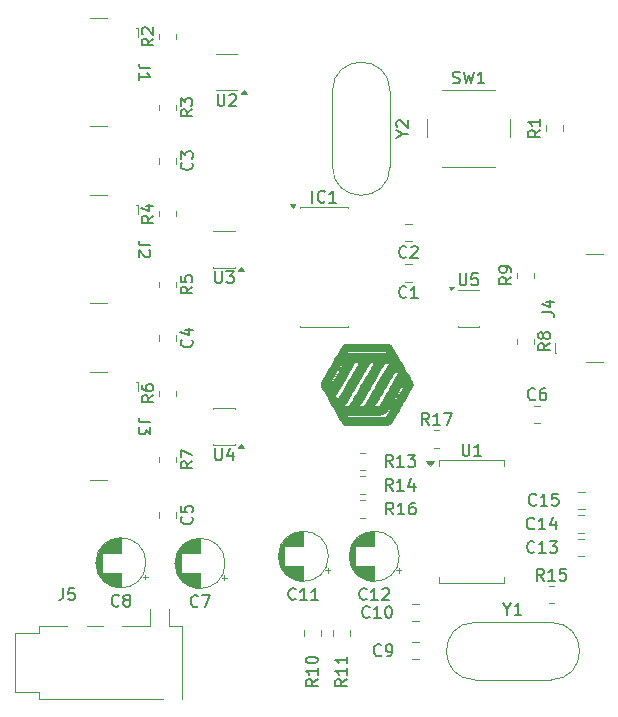
<source format=gbr>
%TF.GenerationSoftware,KiCad,Pcbnew,9.0.6*%
%TF.CreationDate,2025-12-10T20:15:34-10:00*%
%TF.ProjectId,PCB,5043422e-6b69-4636-9164-5f7063625858,rev?*%
%TF.SameCoordinates,Original*%
%TF.FileFunction,Legend,Top*%
%TF.FilePolarity,Positive*%
%FSLAX46Y46*%
G04 Gerber Fmt 4.6, Leading zero omitted, Abs format (unit mm)*
G04 Created by KiCad (PCBNEW 9.0.6) date 2025-12-10 20:15:34*
%MOMM*%
%LPD*%
G01*
G04 APERTURE LIST*
%ADD10C,0.150000*%
%ADD11C,0.120000*%
%ADD12C,0.000000*%
G04 APERTURE END LIST*
D10*
X61238095Y-51854819D02*
X61238095Y-52664342D01*
X61238095Y-52664342D02*
X61285714Y-52759580D01*
X61285714Y-52759580D02*
X61333333Y-52807200D01*
X61333333Y-52807200D02*
X61428571Y-52854819D01*
X61428571Y-52854819D02*
X61619047Y-52854819D01*
X61619047Y-52854819D02*
X61714285Y-52807200D01*
X61714285Y-52807200D02*
X61761904Y-52759580D01*
X61761904Y-52759580D02*
X61809523Y-52664342D01*
X61809523Y-52664342D02*
X61809523Y-51854819D01*
X62238095Y-51950057D02*
X62285714Y-51902438D01*
X62285714Y-51902438D02*
X62380952Y-51854819D01*
X62380952Y-51854819D02*
X62619047Y-51854819D01*
X62619047Y-51854819D02*
X62714285Y-51902438D01*
X62714285Y-51902438D02*
X62761904Y-51950057D01*
X62761904Y-51950057D02*
X62809523Y-52045295D01*
X62809523Y-52045295D02*
X62809523Y-52140533D01*
X62809523Y-52140533D02*
X62761904Y-52283390D01*
X62761904Y-52283390D02*
X62190476Y-52854819D01*
X62190476Y-52854819D02*
X62809523Y-52854819D01*
X88729818Y-70333333D02*
X89444103Y-70333333D01*
X89444103Y-70333333D02*
X89586960Y-70380952D01*
X89586960Y-70380952D02*
X89682199Y-70476190D01*
X89682199Y-70476190D02*
X89729818Y-70619047D01*
X89729818Y-70619047D02*
X89729818Y-70714285D01*
X89063151Y-69428571D02*
X89729818Y-69428571D01*
X88682199Y-69666666D02*
X89396484Y-69904761D01*
X89396484Y-69904761D02*
X89396484Y-69285714D01*
X55804819Y-62166666D02*
X55328628Y-62499999D01*
X55804819Y-62738094D02*
X54804819Y-62738094D01*
X54804819Y-62738094D02*
X54804819Y-62357142D01*
X54804819Y-62357142D02*
X54852438Y-62261904D01*
X54852438Y-62261904D02*
X54900057Y-62214285D01*
X54900057Y-62214285D02*
X54995295Y-62166666D01*
X54995295Y-62166666D02*
X55138152Y-62166666D01*
X55138152Y-62166666D02*
X55233390Y-62214285D01*
X55233390Y-62214285D02*
X55281009Y-62261904D01*
X55281009Y-62261904D02*
X55328628Y-62357142D01*
X55328628Y-62357142D02*
X55328628Y-62738094D01*
X55138152Y-61309523D02*
X55804819Y-61309523D01*
X54757200Y-61547618D02*
X55471485Y-61785713D01*
X55471485Y-61785713D02*
X55471485Y-61166666D01*
X73857142Y-94609580D02*
X73809523Y-94657200D01*
X73809523Y-94657200D02*
X73666666Y-94704819D01*
X73666666Y-94704819D02*
X73571428Y-94704819D01*
X73571428Y-94704819D02*
X73428571Y-94657200D01*
X73428571Y-94657200D02*
X73333333Y-94561961D01*
X73333333Y-94561961D02*
X73285714Y-94466723D01*
X73285714Y-94466723D02*
X73238095Y-94276247D01*
X73238095Y-94276247D02*
X73238095Y-94133390D01*
X73238095Y-94133390D02*
X73285714Y-93942914D01*
X73285714Y-93942914D02*
X73333333Y-93847676D01*
X73333333Y-93847676D02*
X73428571Y-93752438D01*
X73428571Y-93752438D02*
X73571428Y-93704819D01*
X73571428Y-93704819D02*
X73666666Y-93704819D01*
X73666666Y-93704819D02*
X73809523Y-93752438D01*
X73809523Y-93752438D02*
X73857142Y-93800057D01*
X74809523Y-94704819D02*
X74238095Y-94704819D01*
X74523809Y-94704819D02*
X74523809Y-93704819D01*
X74523809Y-93704819D02*
X74428571Y-93847676D01*
X74428571Y-93847676D02*
X74333333Y-93942914D01*
X74333333Y-93942914D02*
X74238095Y-93990533D01*
X75190476Y-93800057D02*
X75238095Y-93752438D01*
X75238095Y-93752438D02*
X75333333Y-93704819D01*
X75333333Y-93704819D02*
X75571428Y-93704819D01*
X75571428Y-93704819D02*
X75666666Y-93752438D01*
X75666666Y-93752438D02*
X75714285Y-93800057D01*
X75714285Y-93800057D02*
X75761904Y-93895295D01*
X75761904Y-93895295D02*
X75761904Y-93990533D01*
X75761904Y-93990533D02*
X75714285Y-94133390D01*
X75714285Y-94133390D02*
X75142857Y-94704819D01*
X75142857Y-94704819D02*
X75761904Y-94704819D01*
X59039579Y-87666666D02*
X59087199Y-87714285D01*
X59087199Y-87714285D02*
X59134818Y-87857142D01*
X59134818Y-87857142D02*
X59134818Y-87952380D01*
X59134818Y-87952380D02*
X59087199Y-88095237D01*
X59087199Y-88095237D02*
X58991960Y-88190475D01*
X58991960Y-88190475D02*
X58896722Y-88238094D01*
X58896722Y-88238094D02*
X58706246Y-88285713D01*
X58706246Y-88285713D02*
X58563389Y-88285713D01*
X58563389Y-88285713D02*
X58372913Y-88238094D01*
X58372913Y-88238094D02*
X58277675Y-88190475D01*
X58277675Y-88190475D02*
X58182437Y-88095237D01*
X58182437Y-88095237D02*
X58134818Y-87952380D01*
X58134818Y-87952380D02*
X58134818Y-87857142D01*
X58134818Y-87857142D02*
X58182437Y-87714285D01*
X58182437Y-87714285D02*
X58230056Y-87666666D01*
X58134818Y-86761904D02*
X58134818Y-87238094D01*
X58134818Y-87238094D02*
X58611008Y-87285713D01*
X58611008Y-87285713D02*
X58563389Y-87238094D01*
X58563389Y-87238094D02*
X58515770Y-87142856D01*
X58515770Y-87142856D02*
X58515770Y-86904761D01*
X58515770Y-86904761D02*
X58563389Y-86809523D01*
X58563389Y-86809523D02*
X58611008Y-86761904D01*
X58611008Y-86761904D02*
X58706246Y-86714285D01*
X58706246Y-86714285D02*
X58944341Y-86714285D01*
X58944341Y-86714285D02*
X59039579Y-86761904D01*
X59039579Y-86761904D02*
X59087199Y-86809523D01*
X59087199Y-86809523D02*
X59134818Y-86904761D01*
X59134818Y-86904761D02*
X59134818Y-87142856D01*
X59134818Y-87142856D02*
X59087199Y-87238094D01*
X59087199Y-87238094D02*
X59039579Y-87285713D01*
X88123333Y-77679580D02*
X88075714Y-77727200D01*
X88075714Y-77727200D02*
X87932857Y-77774819D01*
X87932857Y-77774819D02*
X87837619Y-77774819D01*
X87837619Y-77774819D02*
X87694762Y-77727200D01*
X87694762Y-77727200D02*
X87599524Y-77631961D01*
X87599524Y-77631961D02*
X87551905Y-77536723D01*
X87551905Y-77536723D02*
X87504286Y-77346247D01*
X87504286Y-77346247D02*
X87504286Y-77203390D01*
X87504286Y-77203390D02*
X87551905Y-77012914D01*
X87551905Y-77012914D02*
X87599524Y-76917676D01*
X87599524Y-76917676D02*
X87694762Y-76822438D01*
X87694762Y-76822438D02*
X87837619Y-76774819D01*
X87837619Y-76774819D02*
X87932857Y-76774819D01*
X87932857Y-76774819D02*
X88075714Y-76822438D01*
X88075714Y-76822438D02*
X88123333Y-76870057D01*
X88980476Y-76774819D02*
X88790000Y-76774819D01*
X88790000Y-76774819D02*
X88694762Y-76822438D01*
X88694762Y-76822438D02*
X88647143Y-76870057D01*
X88647143Y-76870057D02*
X88551905Y-77012914D01*
X88551905Y-77012914D02*
X88504286Y-77203390D01*
X88504286Y-77203390D02*
X88504286Y-77584342D01*
X88504286Y-77584342D02*
X88551905Y-77679580D01*
X88551905Y-77679580D02*
X88599524Y-77727200D01*
X88599524Y-77727200D02*
X88694762Y-77774819D01*
X88694762Y-77774819D02*
X88885238Y-77774819D01*
X88885238Y-77774819D02*
X88980476Y-77727200D01*
X88980476Y-77727200D02*
X89028095Y-77679580D01*
X89028095Y-77679580D02*
X89075714Y-77584342D01*
X89075714Y-77584342D02*
X89075714Y-77346247D01*
X89075714Y-77346247D02*
X89028095Y-77251009D01*
X89028095Y-77251009D02*
X88980476Y-77203390D01*
X88980476Y-77203390D02*
X88885238Y-77155771D01*
X88885238Y-77155771D02*
X88694762Y-77155771D01*
X88694762Y-77155771D02*
X88599524Y-77203390D01*
X88599524Y-77203390D02*
X88551905Y-77251009D01*
X88551905Y-77251009D02*
X88504286Y-77346247D01*
X81988095Y-81479819D02*
X81988095Y-82289342D01*
X81988095Y-82289342D02*
X82035714Y-82384580D01*
X82035714Y-82384580D02*
X82083333Y-82432200D01*
X82083333Y-82432200D02*
X82178571Y-82479819D01*
X82178571Y-82479819D02*
X82369047Y-82479819D01*
X82369047Y-82479819D02*
X82464285Y-82432200D01*
X82464285Y-82432200D02*
X82511904Y-82384580D01*
X82511904Y-82384580D02*
X82559523Y-82289342D01*
X82559523Y-82289342D02*
X82559523Y-81479819D01*
X83559523Y-82479819D02*
X82988095Y-82479819D01*
X83273809Y-82479819D02*
X83273809Y-81479819D01*
X83273809Y-81479819D02*
X83178571Y-81622676D01*
X83178571Y-81622676D02*
X83083333Y-81717914D01*
X83083333Y-81717914D02*
X82988095Y-81765533D01*
X88554819Y-54916666D02*
X88078628Y-55249999D01*
X88554819Y-55488094D02*
X87554819Y-55488094D01*
X87554819Y-55488094D02*
X87554819Y-55107142D01*
X87554819Y-55107142D02*
X87602438Y-55011904D01*
X87602438Y-55011904D02*
X87650057Y-54964285D01*
X87650057Y-54964285D02*
X87745295Y-54916666D01*
X87745295Y-54916666D02*
X87888152Y-54916666D01*
X87888152Y-54916666D02*
X87983390Y-54964285D01*
X87983390Y-54964285D02*
X88031009Y-55011904D01*
X88031009Y-55011904D02*
X88078628Y-55107142D01*
X88078628Y-55107142D02*
X88078628Y-55488094D01*
X88554819Y-53964285D02*
X88554819Y-54535713D01*
X88554819Y-54249999D02*
X87554819Y-54249999D01*
X87554819Y-54249999D02*
X87697676Y-54345237D01*
X87697676Y-54345237D02*
X87792914Y-54440475D01*
X87792914Y-54440475D02*
X87840533Y-54535713D01*
X55804819Y-77366666D02*
X55328628Y-77699999D01*
X55804819Y-77938094D02*
X54804819Y-77938094D01*
X54804819Y-77938094D02*
X54804819Y-77557142D01*
X54804819Y-77557142D02*
X54852438Y-77461904D01*
X54852438Y-77461904D02*
X54900057Y-77414285D01*
X54900057Y-77414285D02*
X54995295Y-77366666D01*
X54995295Y-77366666D02*
X55138152Y-77366666D01*
X55138152Y-77366666D02*
X55233390Y-77414285D01*
X55233390Y-77414285D02*
X55281009Y-77461904D01*
X55281009Y-77461904D02*
X55328628Y-77557142D01*
X55328628Y-77557142D02*
X55328628Y-77938094D01*
X54804819Y-76509523D02*
X54804819Y-76699999D01*
X54804819Y-76699999D02*
X54852438Y-76795237D01*
X54852438Y-76795237D02*
X54900057Y-76842856D01*
X54900057Y-76842856D02*
X55042914Y-76938094D01*
X55042914Y-76938094D02*
X55233390Y-76985713D01*
X55233390Y-76985713D02*
X55614342Y-76985713D01*
X55614342Y-76985713D02*
X55709580Y-76938094D01*
X55709580Y-76938094D02*
X55757200Y-76890475D01*
X55757200Y-76890475D02*
X55804819Y-76795237D01*
X55804819Y-76795237D02*
X55804819Y-76604761D01*
X55804819Y-76604761D02*
X55757200Y-76509523D01*
X55757200Y-76509523D02*
X55709580Y-76461904D01*
X55709580Y-76461904D02*
X55614342Y-76414285D01*
X55614342Y-76414285D02*
X55376247Y-76414285D01*
X55376247Y-76414285D02*
X55281009Y-76461904D01*
X55281009Y-76461904D02*
X55233390Y-76509523D01*
X55233390Y-76509523D02*
X55185771Y-76604761D01*
X55185771Y-76604761D02*
X55185771Y-76795237D01*
X55185771Y-76795237D02*
X55233390Y-76890475D01*
X55233390Y-76890475D02*
X55281009Y-76938094D01*
X55281009Y-76938094D02*
X55376247Y-76985713D01*
X77233333Y-69039579D02*
X77185714Y-69087199D01*
X77185714Y-69087199D02*
X77042857Y-69134818D01*
X77042857Y-69134818D02*
X76947619Y-69134818D01*
X76947619Y-69134818D02*
X76804762Y-69087199D01*
X76804762Y-69087199D02*
X76709524Y-68991960D01*
X76709524Y-68991960D02*
X76661905Y-68896722D01*
X76661905Y-68896722D02*
X76614286Y-68706246D01*
X76614286Y-68706246D02*
X76614286Y-68563389D01*
X76614286Y-68563389D02*
X76661905Y-68372913D01*
X76661905Y-68372913D02*
X76709524Y-68277675D01*
X76709524Y-68277675D02*
X76804762Y-68182437D01*
X76804762Y-68182437D02*
X76947619Y-68134818D01*
X76947619Y-68134818D02*
X77042857Y-68134818D01*
X77042857Y-68134818D02*
X77185714Y-68182437D01*
X77185714Y-68182437D02*
X77233333Y-68230056D01*
X78185714Y-69134818D02*
X77614286Y-69134818D01*
X77900000Y-69134818D02*
X77900000Y-68134818D01*
X77900000Y-68134818D02*
X77804762Y-68277675D01*
X77804762Y-68277675D02*
X77709524Y-68372913D01*
X77709524Y-68372913D02*
X77614286Y-68420532D01*
X55804819Y-47166666D02*
X55328628Y-47499999D01*
X55804819Y-47738094D02*
X54804819Y-47738094D01*
X54804819Y-47738094D02*
X54804819Y-47357142D01*
X54804819Y-47357142D02*
X54852438Y-47261904D01*
X54852438Y-47261904D02*
X54900057Y-47214285D01*
X54900057Y-47214285D02*
X54995295Y-47166666D01*
X54995295Y-47166666D02*
X55138152Y-47166666D01*
X55138152Y-47166666D02*
X55233390Y-47214285D01*
X55233390Y-47214285D02*
X55281009Y-47261904D01*
X55281009Y-47261904D02*
X55328628Y-47357142D01*
X55328628Y-47357142D02*
X55328628Y-47738094D01*
X54900057Y-46785713D02*
X54852438Y-46738094D01*
X54852438Y-46738094D02*
X54804819Y-46642856D01*
X54804819Y-46642856D02*
X54804819Y-46404761D01*
X54804819Y-46404761D02*
X54852438Y-46309523D01*
X54852438Y-46309523D02*
X54900057Y-46261904D01*
X54900057Y-46261904D02*
X54995295Y-46214285D01*
X54995295Y-46214285D02*
X55090533Y-46214285D01*
X55090533Y-46214285D02*
X55233390Y-46261904D01*
X55233390Y-46261904D02*
X55804819Y-46833332D01*
X55804819Y-46833332D02*
X55804819Y-46214285D01*
X59104819Y-53166666D02*
X58628628Y-53499999D01*
X59104819Y-53738094D02*
X58104819Y-53738094D01*
X58104819Y-53738094D02*
X58104819Y-53357142D01*
X58104819Y-53357142D02*
X58152438Y-53261904D01*
X58152438Y-53261904D02*
X58200057Y-53214285D01*
X58200057Y-53214285D02*
X58295295Y-53166666D01*
X58295295Y-53166666D02*
X58438152Y-53166666D01*
X58438152Y-53166666D02*
X58533390Y-53214285D01*
X58533390Y-53214285D02*
X58581009Y-53261904D01*
X58581009Y-53261904D02*
X58628628Y-53357142D01*
X58628628Y-53357142D02*
X58628628Y-53738094D01*
X58104819Y-52833332D02*
X58104819Y-52214285D01*
X58104819Y-52214285D02*
X58485771Y-52547618D01*
X58485771Y-52547618D02*
X58485771Y-52404761D01*
X58485771Y-52404761D02*
X58533390Y-52309523D01*
X58533390Y-52309523D02*
X58581009Y-52261904D01*
X58581009Y-52261904D02*
X58676247Y-52214285D01*
X58676247Y-52214285D02*
X58914342Y-52214285D01*
X58914342Y-52214285D02*
X59009580Y-52261904D01*
X59009580Y-52261904D02*
X59057200Y-52309523D01*
X59057200Y-52309523D02*
X59104819Y-52404761D01*
X59104819Y-52404761D02*
X59104819Y-52690475D01*
X59104819Y-52690475D02*
X59057200Y-52785713D01*
X59057200Y-52785713D02*
X59009580Y-52833332D01*
X59104819Y-82966666D02*
X58628628Y-83299999D01*
X59104819Y-83538094D02*
X58104819Y-83538094D01*
X58104819Y-83538094D02*
X58104819Y-83157142D01*
X58104819Y-83157142D02*
X58152438Y-83061904D01*
X58152438Y-83061904D02*
X58200057Y-83014285D01*
X58200057Y-83014285D02*
X58295295Y-82966666D01*
X58295295Y-82966666D02*
X58438152Y-82966666D01*
X58438152Y-82966666D02*
X58533390Y-83014285D01*
X58533390Y-83014285D02*
X58581009Y-83061904D01*
X58581009Y-83061904D02*
X58628628Y-83157142D01*
X58628628Y-83157142D02*
X58628628Y-83538094D01*
X58104819Y-82633332D02*
X58104819Y-81966666D01*
X58104819Y-81966666D02*
X59104819Y-82395237D01*
X69704819Y-101392857D02*
X69228628Y-101726190D01*
X69704819Y-101964285D02*
X68704819Y-101964285D01*
X68704819Y-101964285D02*
X68704819Y-101583333D01*
X68704819Y-101583333D02*
X68752438Y-101488095D01*
X68752438Y-101488095D02*
X68800057Y-101440476D01*
X68800057Y-101440476D02*
X68895295Y-101392857D01*
X68895295Y-101392857D02*
X69038152Y-101392857D01*
X69038152Y-101392857D02*
X69133390Y-101440476D01*
X69133390Y-101440476D02*
X69181009Y-101488095D01*
X69181009Y-101488095D02*
X69228628Y-101583333D01*
X69228628Y-101583333D02*
X69228628Y-101964285D01*
X69704819Y-100440476D02*
X69704819Y-101011904D01*
X69704819Y-100726190D02*
X68704819Y-100726190D01*
X68704819Y-100726190D02*
X68847676Y-100821428D01*
X68847676Y-100821428D02*
X68942914Y-100916666D01*
X68942914Y-100916666D02*
X68990533Y-101011904D01*
X68704819Y-99821428D02*
X68704819Y-99726190D01*
X68704819Y-99726190D02*
X68752438Y-99630952D01*
X68752438Y-99630952D02*
X68800057Y-99583333D01*
X68800057Y-99583333D02*
X68895295Y-99535714D01*
X68895295Y-99535714D02*
X69085771Y-99488095D01*
X69085771Y-99488095D02*
X69323866Y-99488095D01*
X69323866Y-99488095D02*
X69514342Y-99535714D01*
X69514342Y-99535714D02*
X69609580Y-99583333D01*
X69609580Y-99583333D02*
X69657200Y-99630952D01*
X69657200Y-99630952D02*
X69704819Y-99726190D01*
X69704819Y-99726190D02*
X69704819Y-99821428D01*
X69704819Y-99821428D02*
X69657200Y-99916666D01*
X69657200Y-99916666D02*
X69609580Y-99964285D01*
X69609580Y-99964285D02*
X69514342Y-100011904D01*
X69514342Y-100011904D02*
X69323866Y-100059523D01*
X69323866Y-100059523D02*
X69085771Y-100059523D01*
X69085771Y-100059523D02*
X68895295Y-100011904D01*
X68895295Y-100011904D02*
X68800057Y-99964285D01*
X68800057Y-99964285D02*
X68752438Y-99916666D01*
X68752438Y-99916666D02*
X68704819Y-99821428D01*
X59583333Y-95209580D02*
X59535714Y-95257200D01*
X59535714Y-95257200D02*
X59392857Y-95304819D01*
X59392857Y-95304819D02*
X59297619Y-95304819D01*
X59297619Y-95304819D02*
X59154762Y-95257200D01*
X59154762Y-95257200D02*
X59059524Y-95161961D01*
X59059524Y-95161961D02*
X59011905Y-95066723D01*
X59011905Y-95066723D02*
X58964286Y-94876247D01*
X58964286Y-94876247D02*
X58964286Y-94733390D01*
X58964286Y-94733390D02*
X59011905Y-94542914D01*
X59011905Y-94542914D02*
X59059524Y-94447676D01*
X59059524Y-94447676D02*
X59154762Y-94352438D01*
X59154762Y-94352438D02*
X59297619Y-94304819D01*
X59297619Y-94304819D02*
X59392857Y-94304819D01*
X59392857Y-94304819D02*
X59535714Y-94352438D01*
X59535714Y-94352438D02*
X59583333Y-94400057D01*
X59916667Y-94304819D02*
X60583333Y-94304819D01*
X60583333Y-94304819D02*
X60154762Y-95304819D01*
X75083333Y-99359580D02*
X75035714Y-99407200D01*
X75035714Y-99407200D02*
X74892857Y-99454819D01*
X74892857Y-99454819D02*
X74797619Y-99454819D01*
X74797619Y-99454819D02*
X74654762Y-99407200D01*
X74654762Y-99407200D02*
X74559524Y-99311961D01*
X74559524Y-99311961D02*
X74511905Y-99216723D01*
X74511905Y-99216723D02*
X74464286Y-99026247D01*
X74464286Y-99026247D02*
X74464286Y-98883390D01*
X74464286Y-98883390D02*
X74511905Y-98692914D01*
X74511905Y-98692914D02*
X74559524Y-98597676D01*
X74559524Y-98597676D02*
X74654762Y-98502438D01*
X74654762Y-98502438D02*
X74797619Y-98454819D01*
X74797619Y-98454819D02*
X74892857Y-98454819D01*
X74892857Y-98454819D02*
X75035714Y-98502438D01*
X75035714Y-98502438D02*
X75083333Y-98550057D01*
X75559524Y-99454819D02*
X75750000Y-99454819D01*
X75750000Y-99454819D02*
X75845238Y-99407200D01*
X75845238Y-99407200D02*
X75892857Y-99359580D01*
X75892857Y-99359580D02*
X75988095Y-99216723D01*
X75988095Y-99216723D02*
X76035714Y-99026247D01*
X76035714Y-99026247D02*
X76035714Y-98645295D01*
X76035714Y-98645295D02*
X75988095Y-98550057D01*
X75988095Y-98550057D02*
X75940476Y-98502438D01*
X75940476Y-98502438D02*
X75845238Y-98454819D01*
X75845238Y-98454819D02*
X75654762Y-98454819D01*
X75654762Y-98454819D02*
X75559524Y-98502438D01*
X75559524Y-98502438D02*
X75511905Y-98550057D01*
X75511905Y-98550057D02*
X75464286Y-98645295D01*
X75464286Y-98645295D02*
X75464286Y-98883390D01*
X75464286Y-98883390D02*
X75511905Y-98978628D01*
X75511905Y-98978628D02*
X75559524Y-99026247D01*
X75559524Y-99026247D02*
X75654762Y-99073866D01*
X75654762Y-99073866D02*
X75845238Y-99073866D01*
X75845238Y-99073866D02*
X75940476Y-99026247D01*
X75940476Y-99026247D02*
X75988095Y-98978628D01*
X75988095Y-98978628D02*
X76035714Y-98883390D01*
X55560180Y-79666666D02*
X54845895Y-79666666D01*
X54845895Y-79666666D02*
X54703038Y-79619047D01*
X54703038Y-79619047D02*
X54607800Y-79523809D01*
X54607800Y-79523809D02*
X54560180Y-79380952D01*
X54560180Y-79380952D02*
X54560180Y-79285714D01*
X55560180Y-80047619D02*
X55560180Y-80666666D01*
X55560180Y-80666666D02*
X55179228Y-80333333D01*
X55179228Y-80333333D02*
X55179228Y-80476190D01*
X55179228Y-80476190D02*
X55131609Y-80571428D01*
X55131609Y-80571428D02*
X55083990Y-80619047D01*
X55083990Y-80619047D02*
X54988752Y-80666666D01*
X54988752Y-80666666D02*
X54750657Y-80666666D01*
X54750657Y-80666666D02*
X54655419Y-80619047D01*
X54655419Y-80619047D02*
X54607800Y-80571428D01*
X54607800Y-80571428D02*
X54560180Y-80476190D01*
X54560180Y-80476190D02*
X54560180Y-80190476D01*
X54560180Y-80190476D02*
X54607800Y-80095238D01*
X54607800Y-80095238D02*
X54655419Y-80047619D01*
X72204819Y-101392857D02*
X71728628Y-101726190D01*
X72204819Y-101964285D02*
X71204819Y-101964285D01*
X71204819Y-101964285D02*
X71204819Y-101583333D01*
X71204819Y-101583333D02*
X71252438Y-101488095D01*
X71252438Y-101488095D02*
X71300057Y-101440476D01*
X71300057Y-101440476D02*
X71395295Y-101392857D01*
X71395295Y-101392857D02*
X71538152Y-101392857D01*
X71538152Y-101392857D02*
X71633390Y-101440476D01*
X71633390Y-101440476D02*
X71681009Y-101488095D01*
X71681009Y-101488095D02*
X71728628Y-101583333D01*
X71728628Y-101583333D02*
X71728628Y-101964285D01*
X72204819Y-100440476D02*
X72204819Y-101011904D01*
X72204819Y-100726190D02*
X71204819Y-100726190D01*
X71204819Y-100726190D02*
X71347676Y-100821428D01*
X71347676Y-100821428D02*
X71442914Y-100916666D01*
X71442914Y-100916666D02*
X71490533Y-101011904D01*
X72204819Y-99488095D02*
X72204819Y-100059523D01*
X72204819Y-99773809D02*
X71204819Y-99773809D01*
X71204819Y-99773809D02*
X71347676Y-99869047D01*
X71347676Y-99869047D02*
X71442914Y-99964285D01*
X71442914Y-99964285D02*
X71490533Y-100059523D01*
X81728095Y-67054819D02*
X81728095Y-67864342D01*
X81728095Y-67864342D02*
X81775714Y-67959580D01*
X81775714Y-67959580D02*
X81823333Y-68007200D01*
X81823333Y-68007200D02*
X81918571Y-68054819D01*
X81918571Y-68054819D02*
X82109047Y-68054819D01*
X82109047Y-68054819D02*
X82204285Y-68007200D01*
X82204285Y-68007200D02*
X82251904Y-67959580D01*
X82251904Y-67959580D02*
X82299523Y-67864342D01*
X82299523Y-67864342D02*
X82299523Y-67054819D01*
X83251904Y-67054819D02*
X82775714Y-67054819D01*
X82775714Y-67054819D02*
X82728095Y-67531009D01*
X82728095Y-67531009D02*
X82775714Y-67483390D01*
X82775714Y-67483390D02*
X82870952Y-67435771D01*
X82870952Y-67435771D02*
X83109047Y-67435771D01*
X83109047Y-67435771D02*
X83204285Y-67483390D01*
X83204285Y-67483390D02*
X83251904Y-67531009D01*
X83251904Y-67531009D02*
X83299523Y-67626247D01*
X83299523Y-67626247D02*
X83299523Y-67864342D01*
X83299523Y-67864342D02*
X83251904Y-67959580D01*
X83251904Y-67959580D02*
X83204285Y-68007200D01*
X83204285Y-68007200D02*
X83109047Y-68054819D01*
X83109047Y-68054819D02*
X82870952Y-68054819D01*
X82870952Y-68054819D02*
X82775714Y-68007200D01*
X82775714Y-68007200D02*
X82728095Y-67959580D01*
X79137142Y-79859819D02*
X78803809Y-79383628D01*
X78565714Y-79859819D02*
X78565714Y-78859819D01*
X78565714Y-78859819D02*
X78946666Y-78859819D01*
X78946666Y-78859819D02*
X79041904Y-78907438D01*
X79041904Y-78907438D02*
X79089523Y-78955057D01*
X79089523Y-78955057D02*
X79137142Y-79050295D01*
X79137142Y-79050295D02*
X79137142Y-79193152D01*
X79137142Y-79193152D02*
X79089523Y-79288390D01*
X79089523Y-79288390D02*
X79041904Y-79336009D01*
X79041904Y-79336009D02*
X78946666Y-79383628D01*
X78946666Y-79383628D02*
X78565714Y-79383628D01*
X80089523Y-79859819D02*
X79518095Y-79859819D01*
X79803809Y-79859819D02*
X79803809Y-78859819D01*
X79803809Y-78859819D02*
X79708571Y-79002676D01*
X79708571Y-79002676D02*
X79613333Y-79097914D01*
X79613333Y-79097914D02*
X79518095Y-79145533D01*
X80422857Y-78859819D02*
X81089523Y-78859819D01*
X81089523Y-78859819D02*
X80660952Y-79859819D01*
X52883333Y-95159580D02*
X52835714Y-95207200D01*
X52835714Y-95207200D02*
X52692857Y-95254819D01*
X52692857Y-95254819D02*
X52597619Y-95254819D01*
X52597619Y-95254819D02*
X52454762Y-95207200D01*
X52454762Y-95207200D02*
X52359524Y-95111961D01*
X52359524Y-95111961D02*
X52311905Y-95016723D01*
X52311905Y-95016723D02*
X52264286Y-94826247D01*
X52264286Y-94826247D02*
X52264286Y-94683390D01*
X52264286Y-94683390D02*
X52311905Y-94492914D01*
X52311905Y-94492914D02*
X52359524Y-94397676D01*
X52359524Y-94397676D02*
X52454762Y-94302438D01*
X52454762Y-94302438D02*
X52597619Y-94254819D01*
X52597619Y-94254819D02*
X52692857Y-94254819D01*
X52692857Y-94254819D02*
X52835714Y-94302438D01*
X52835714Y-94302438D02*
X52883333Y-94350057D01*
X53454762Y-94683390D02*
X53359524Y-94635771D01*
X53359524Y-94635771D02*
X53311905Y-94588152D01*
X53311905Y-94588152D02*
X53264286Y-94492914D01*
X53264286Y-94492914D02*
X53264286Y-94445295D01*
X53264286Y-94445295D02*
X53311905Y-94350057D01*
X53311905Y-94350057D02*
X53359524Y-94302438D01*
X53359524Y-94302438D02*
X53454762Y-94254819D01*
X53454762Y-94254819D02*
X53645238Y-94254819D01*
X53645238Y-94254819D02*
X53740476Y-94302438D01*
X53740476Y-94302438D02*
X53788095Y-94350057D01*
X53788095Y-94350057D02*
X53835714Y-94445295D01*
X53835714Y-94445295D02*
X53835714Y-94492914D01*
X53835714Y-94492914D02*
X53788095Y-94588152D01*
X53788095Y-94588152D02*
X53740476Y-94635771D01*
X53740476Y-94635771D02*
X53645238Y-94683390D01*
X53645238Y-94683390D02*
X53454762Y-94683390D01*
X53454762Y-94683390D02*
X53359524Y-94731009D01*
X53359524Y-94731009D02*
X53311905Y-94778628D01*
X53311905Y-94778628D02*
X53264286Y-94873866D01*
X53264286Y-94873866D02*
X53264286Y-95064342D01*
X53264286Y-95064342D02*
X53311905Y-95159580D01*
X53311905Y-95159580D02*
X53359524Y-95207200D01*
X53359524Y-95207200D02*
X53454762Y-95254819D01*
X53454762Y-95254819D02*
X53645238Y-95254819D01*
X53645238Y-95254819D02*
X53740476Y-95207200D01*
X53740476Y-95207200D02*
X53788095Y-95159580D01*
X53788095Y-95159580D02*
X53835714Y-95064342D01*
X53835714Y-95064342D02*
X53835714Y-94873866D01*
X53835714Y-94873866D02*
X53788095Y-94778628D01*
X53788095Y-94778628D02*
X53740476Y-94731009D01*
X53740476Y-94731009D02*
X53645238Y-94683390D01*
X48166666Y-93704819D02*
X48166666Y-94419104D01*
X48166666Y-94419104D02*
X48119047Y-94561961D01*
X48119047Y-94561961D02*
X48023809Y-94657200D01*
X48023809Y-94657200D02*
X47880952Y-94704819D01*
X47880952Y-94704819D02*
X47785714Y-94704819D01*
X49119047Y-93704819D02*
X48642857Y-93704819D01*
X48642857Y-93704819D02*
X48595238Y-94181009D01*
X48595238Y-94181009D02*
X48642857Y-94133390D01*
X48642857Y-94133390D02*
X48738095Y-94085771D01*
X48738095Y-94085771D02*
X48976190Y-94085771D01*
X48976190Y-94085771D02*
X49071428Y-94133390D01*
X49071428Y-94133390D02*
X49119047Y-94181009D01*
X49119047Y-94181009D02*
X49166666Y-94276247D01*
X49166666Y-94276247D02*
X49166666Y-94514342D01*
X49166666Y-94514342D02*
X49119047Y-94609580D01*
X49119047Y-94609580D02*
X49071428Y-94657200D01*
X49071428Y-94657200D02*
X48976190Y-94704819D01*
X48976190Y-94704819D02*
X48738095Y-94704819D01*
X48738095Y-94704819D02*
X48642857Y-94657200D01*
X48642857Y-94657200D02*
X48595238Y-94609580D01*
X89394819Y-72966666D02*
X88918628Y-73299999D01*
X89394819Y-73538094D02*
X88394819Y-73538094D01*
X88394819Y-73538094D02*
X88394819Y-73157142D01*
X88394819Y-73157142D02*
X88442438Y-73061904D01*
X88442438Y-73061904D02*
X88490057Y-73014285D01*
X88490057Y-73014285D02*
X88585295Y-72966666D01*
X88585295Y-72966666D02*
X88728152Y-72966666D01*
X88728152Y-72966666D02*
X88823390Y-73014285D01*
X88823390Y-73014285D02*
X88871009Y-73061904D01*
X88871009Y-73061904D02*
X88918628Y-73157142D01*
X88918628Y-73157142D02*
X88918628Y-73538094D01*
X88823390Y-72395237D02*
X88775771Y-72490475D01*
X88775771Y-72490475D02*
X88728152Y-72538094D01*
X88728152Y-72538094D02*
X88632914Y-72585713D01*
X88632914Y-72585713D02*
X88585295Y-72585713D01*
X88585295Y-72585713D02*
X88490057Y-72538094D01*
X88490057Y-72538094D02*
X88442438Y-72490475D01*
X88442438Y-72490475D02*
X88394819Y-72395237D01*
X88394819Y-72395237D02*
X88394819Y-72204761D01*
X88394819Y-72204761D02*
X88442438Y-72109523D01*
X88442438Y-72109523D02*
X88490057Y-72061904D01*
X88490057Y-72061904D02*
X88585295Y-72014285D01*
X88585295Y-72014285D02*
X88632914Y-72014285D01*
X88632914Y-72014285D02*
X88728152Y-72061904D01*
X88728152Y-72061904D02*
X88775771Y-72109523D01*
X88775771Y-72109523D02*
X88823390Y-72204761D01*
X88823390Y-72204761D02*
X88823390Y-72395237D01*
X88823390Y-72395237D02*
X88871009Y-72490475D01*
X88871009Y-72490475D02*
X88918628Y-72538094D01*
X88918628Y-72538094D02*
X89013866Y-72585713D01*
X89013866Y-72585713D02*
X89204342Y-72585713D01*
X89204342Y-72585713D02*
X89299580Y-72538094D01*
X89299580Y-72538094D02*
X89347200Y-72490475D01*
X89347200Y-72490475D02*
X89394819Y-72395237D01*
X89394819Y-72395237D02*
X89394819Y-72204761D01*
X89394819Y-72204761D02*
X89347200Y-72109523D01*
X89347200Y-72109523D02*
X89299580Y-72061904D01*
X89299580Y-72061904D02*
X89204342Y-72014285D01*
X89204342Y-72014285D02*
X89013866Y-72014285D01*
X89013866Y-72014285D02*
X88918628Y-72061904D01*
X88918628Y-72061904D02*
X88871009Y-72109523D01*
X88871009Y-72109523D02*
X88823390Y-72204761D01*
X76107142Y-87454819D02*
X75773809Y-86978628D01*
X75535714Y-87454819D02*
X75535714Y-86454819D01*
X75535714Y-86454819D02*
X75916666Y-86454819D01*
X75916666Y-86454819D02*
X76011904Y-86502438D01*
X76011904Y-86502438D02*
X76059523Y-86550057D01*
X76059523Y-86550057D02*
X76107142Y-86645295D01*
X76107142Y-86645295D02*
X76107142Y-86788152D01*
X76107142Y-86788152D02*
X76059523Y-86883390D01*
X76059523Y-86883390D02*
X76011904Y-86931009D01*
X76011904Y-86931009D02*
X75916666Y-86978628D01*
X75916666Y-86978628D02*
X75535714Y-86978628D01*
X77059523Y-87454819D02*
X76488095Y-87454819D01*
X76773809Y-87454819D02*
X76773809Y-86454819D01*
X76773809Y-86454819D02*
X76678571Y-86597676D01*
X76678571Y-86597676D02*
X76583333Y-86692914D01*
X76583333Y-86692914D02*
X76488095Y-86740533D01*
X77916666Y-86454819D02*
X77726190Y-86454819D01*
X77726190Y-86454819D02*
X77630952Y-86502438D01*
X77630952Y-86502438D02*
X77583333Y-86550057D01*
X77583333Y-86550057D02*
X77488095Y-86692914D01*
X77488095Y-86692914D02*
X77440476Y-86883390D01*
X77440476Y-86883390D02*
X77440476Y-87264342D01*
X77440476Y-87264342D02*
X77488095Y-87359580D01*
X77488095Y-87359580D02*
X77535714Y-87407200D01*
X77535714Y-87407200D02*
X77630952Y-87454819D01*
X77630952Y-87454819D02*
X77821428Y-87454819D01*
X77821428Y-87454819D02*
X77916666Y-87407200D01*
X77916666Y-87407200D02*
X77964285Y-87359580D01*
X77964285Y-87359580D02*
X78011904Y-87264342D01*
X78011904Y-87264342D02*
X78011904Y-87026247D01*
X78011904Y-87026247D02*
X77964285Y-86931009D01*
X77964285Y-86931009D02*
X77916666Y-86883390D01*
X77916666Y-86883390D02*
X77821428Y-86835771D01*
X77821428Y-86835771D02*
X77630952Y-86835771D01*
X77630952Y-86835771D02*
X77535714Y-86883390D01*
X77535714Y-86883390D02*
X77488095Y-86931009D01*
X77488095Y-86931009D02*
X77440476Y-87026247D01*
X55560180Y-49666666D02*
X54845895Y-49666666D01*
X54845895Y-49666666D02*
X54703038Y-49619047D01*
X54703038Y-49619047D02*
X54607800Y-49523809D01*
X54607800Y-49523809D02*
X54560180Y-49380952D01*
X54560180Y-49380952D02*
X54560180Y-49285714D01*
X54560180Y-50666666D02*
X54560180Y-50095238D01*
X54560180Y-50380952D02*
X55560180Y-50380952D01*
X55560180Y-50380952D02*
X55417323Y-50285714D01*
X55417323Y-50285714D02*
X55322085Y-50190476D01*
X55322085Y-50190476D02*
X55274466Y-50095238D01*
X76057142Y-83409819D02*
X75723809Y-82933628D01*
X75485714Y-83409819D02*
X75485714Y-82409819D01*
X75485714Y-82409819D02*
X75866666Y-82409819D01*
X75866666Y-82409819D02*
X75961904Y-82457438D01*
X75961904Y-82457438D02*
X76009523Y-82505057D01*
X76009523Y-82505057D02*
X76057142Y-82600295D01*
X76057142Y-82600295D02*
X76057142Y-82743152D01*
X76057142Y-82743152D02*
X76009523Y-82838390D01*
X76009523Y-82838390D02*
X75961904Y-82886009D01*
X75961904Y-82886009D02*
X75866666Y-82933628D01*
X75866666Y-82933628D02*
X75485714Y-82933628D01*
X77009523Y-83409819D02*
X76438095Y-83409819D01*
X76723809Y-83409819D02*
X76723809Y-82409819D01*
X76723809Y-82409819D02*
X76628571Y-82552676D01*
X76628571Y-82552676D02*
X76533333Y-82647914D01*
X76533333Y-82647914D02*
X76438095Y-82695533D01*
X77342857Y-82409819D02*
X77961904Y-82409819D01*
X77961904Y-82409819D02*
X77628571Y-82790771D01*
X77628571Y-82790771D02*
X77771428Y-82790771D01*
X77771428Y-82790771D02*
X77866666Y-82838390D01*
X77866666Y-82838390D02*
X77914285Y-82886009D01*
X77914285Y-82886009D02*
X77961904Y-82981247D01*
X77961904Y-82981247D02*
X77961904Y-83219342D01*
X77961904Y-83219342D02*
X77914285Y-83314580D01*
X77914285Y-83314580D02*
X77866666Y-83362200D01*
X77866666Y-83362200D02*
X77771428Y-83409819D01*
X77771428Y-83409819D02*
X77485714Y-83409819D01*
X77485714Y-83409819D02*
X77390476Y-83362200D01*
X77390476Y-83362200D02*
X77342857Y-83314580D01*
X88207142Y-86609580D02*
X88159523Y-86657200D01*
X88159523Y-86657200D02*
X88016666Y-86704819D01*
X88016666Y-86704819D02*
X87921428Y-86704819D01*
X87921428Y-86704819D02*
X87778571Y-86657200D01*
X87778571Y-86657200D02*
X87683333Y-86561961D01*
X87683333Y-86561961D02*
X87635714Y-86466723D01*
X87635714Y-86466723D02*
X87588095Y-86276247D01*
X87588095Y-86276247D02*
X87588095Y-86133390D01*
X87588095Y-86133390D02*
X87635714Y-85942914D01*
X87635714Y-85942914D02*
X87683333Y-85847676D01*
X87683333Y-85847676D02*
X87778571Y-85752438D01*
X87778571Y-85752438D02*
X87921428Y-85704819D01*
X87921428Y-85704819D02*
X88016666Y-85704819D01*
X88016666Y-85704819D02*
X88159523Y-85752438D01*
X88159523Y-85752438D02*
X88207142Y-85800057D01*
X89159523Y-86704819D02*
X88588095Y-86704819D01*
X88873809Y-86704819D02*
X88873809Y-85704819D01*
X88873809Y-85704819D02*
X88778571Y-85847676D01*
X88778571Y-85847676D02*
X88683333Y-85942914D01*
X88683333Y-85942914D02*
X88588095Y-85990533D01*
X90064285Y-85704819D02*
X89588095Y-85704819D01*
X89588095Y-85704819D02*
X89540476Y-86181009D01*
X89540476Y-86181009D02*
X89588095Y-86133390D01*
X89588095Y-86133390D02*
X89683333Y-86085771D01*
X89683333Y-86085771D02*
X89921428Y-86085771D01*
X89921428Y-86085771D02*
X90016666Y-86133390D01*
X90016666Y-86133390D02*
X90064285Y-86181009D01*
X90064285Y-86181009D02*
X90111904Y-86276247D01*
X90111904Y-86276247D02*
X90111904Y-86514342D01*
X90111904Y-86514342D02*
X90064285Y-86609580D01*
X90064285Y-86609580D02*
X90016666Y-86657200D01*
X90016666Y-86657200D02*
X89921428Y-86704819D01*
X89921428Y-86704819D02*
X89683333Y-86704819D01*
X89683333Y-86704819D02*
X89588095Y-86657200D01*
X89588095Y-86657200D02*
X89540476Y-86609580D01*
X88857142Y-93054819D02*
X88523809Y-92578628D01*
X88285714Y-93054819D02*
X88285714Y-92054819D01*
X88285714Y-92054819D02*
X88666666Y-92054819D01*
X88666666Y-92054819D02*
X88761904Y-92102438D01*
X88761904Y-92102438D02*
X88809523Y-92150057D01*
X88809523Y-92150057D02*
X88857142Y-92245295D01*
X88857142Y-92245295D02*
X88857142Y-92388152D01*
X88857142Y-92388152D02*
X88809523Y-92483390D01*
X88809523Y-92483390D02*
X88761904Y-92531009D01*
X88761904Y-92531009D02*
X88666666Y-92578628D01*
X88666666Y-92578628D02*
X88285714Y-92578628D01*
X89809523Y-93054819D02*
X89238095Y-93054819D01*
X89523809Y-93054819D02*
X89523809Y-92054819D01*
X89523809Y-92054819D02*
X89428571Y-92197676D01*
X89428571Y-92197676D02*
X89333333Y-92292914D01*
X89333333Y-92292914D02*
X89238095Y-92340533D01*
X90714285Y-92054819D02*
X90238095Y-92054819D01*
X90238095Y-92054819D02*
X90190476Y-92531009D01*
X90190476Y-92531009D02*
X90238095Y-92483390D01*
X90238095Y-92483390D02*
X90333333Y-92435771D01*
X90333333Y-92435771D02*
X90571428Y-92435771D01*
X90571428Y-92435771D02*
X90666666Y-92483390D01*
X90666666Y-92483390D02*
X90714285Y-92531009D01*
X90714285Y-92531009D02*
X90761904Y-92626247D01*
X90761904Y-92626247D02*
X90761904Y-92864342D01*
X90761904Y-92864342D02*
X90714285Y-92959580D01*
X90714285Y-92959580D02*
X90666666Y-93007200D01*
X90666666Y-93007200D02*
X90571428Y-93054819D01*
X90571428Y-93054819D02*
X90333333Y-93054819D01*
X90333333Y-93054819D02*
X90238095Y-93007200D01*
X90238095Y-93007200D02*
X90190476Y-92959580D01*
X61038095Y-81854819D02*
X61038095Y-82664342D01*
X61038095Y-82664342D02*
X61085714Y-82759580D01*
X61085714Y-82759580D02*
X61133333Y-82807200D01*
X61133333Y-82807200D02*
X61228571Y-82854819D01*
X61228571Y-82854819D02*
X61419047Y-82854819D01*
X61419047Y-82854819D02*
X61514285Y-82807200D01*
X61514285Y-82807200D02*
X61561904Y-82759580D01*
X61561904Y-82759580D02*
X61609523Y-82664342D01*
X61609523Y-82664342D02*
X61609523Y-81854819D01*
X62514285Y-82188152D02*
X62514285Y-82854819D01*
X62276190Y-81807200D02*
X62038095Y-82521485D01*
X62038095Y-82521485D02*
X62657142Y-82521485D01*
X76057142Y-85429819D02*
X75723809Y-84953628D01*
X75485714Y-85429819D02*
X75485714Y-84429819D01*
X75485714Y-84429819D02*
X75866666Y-84429819D01*
X75866666Y-84429819D02*
X75961904Y-84477438D01*
X75961904Y-84477438D02*
X76009523Y-84525057D01*
X76009523Y-84525057D02*
X76057142Y-84620295D01*
X76057142Y-84620295D02*
X76057142Y-84763152D01*
X76057142Y-84763152D02*
X76009523Y-84858390D01*
X76009523Y-84858390D02*
X75961904Y-84906009D01*
X75961904Y-84906009D02*
X75866666Y-84953628D01*
X75866666Y-84953628D02*
X75485714Y-84953628D01*
X77009523Y-85429819D02*
X76438095Y-85429819D01*
X76723809Y-85429819D02*
X76723809Y-84429819D01*
X76723809Y-84429819D02*
X76628571Y-84572676D01*
X76628571Y-84572676D02*
X76533333Y-84667914D01*
X76533333Y-84667914D02*
X76438095Y-84715533D01*
X77866666Y-84763152D02*
X77866666Y-85429819D01*
X77628571Y-84382200D02*
X77390476Y-85096485D01*
X77390476Y-85096485D02*
X78009523Y-85096485D01*
X81166667Y-50907200D02*
X81309524Y-50954819D01*
X81309524Y-50954819D02*
X81547619Y-50954819D01*
X81547619Y-50954819D02*
X81642857Y-50907200D01*
X81642857Y-50907200D02*
X81690476Y-50859580D01*
X81690476Y-50859580D02*
X81738095Y-50764342D01*
X81738095Y-50764342D02*
X81738095Y-50669104D01*
X81738095Y-50669104D02*
X81690476Y-50573866D01*
X81690476Y-50573866D02*
X81642857Y-50526247D01*
X81642857Y-50526247D02*
X81547619Y-50478628D01*
X81547619Y-50478628D02*
X81357143Y-50431009D01*
X81357143Y-50431009D02*
X81261905Y-50383390D01*
X81261905Y-50383390D02*
X81214286Y-50335771D01*
X81214286Y-50335771D02*
X81166667Y-50240533D01*
X81166667Y-50240533D02*
X81166667Y-50145295D01*
X81166667Y-50145295D02*
X81214286Y-50050057D01*
X81214286Y-50050057D02*
X81261905Y-50002438D01*
X81261905Y-50002438D02*
X81357143Y-49954819D01*
X81357143Y-49954819D02*
X81595238Y-49954819D01*
X81595238Y-49954819D02*
X81738095Y-50002438D01*
X82071429Y-49954819D02*
X82309524Y-50954819D01*
X82309524Y-50954819D02*
X82500000Y-50240533D01*
X82500000Y-50240533D02*
X82690476Y-50954819D01*
X82690476Y-50954819D02*
X82928572Y-49954819D01*
X83833333Y-50954819D02*
X83261905Y-50954819D01*
X83547619Y-50954819D02*
X83547619Y-49954819D01*
X83547619Y-49954819D02*
X83452381Y-50097676D01*
X83452381Y-50097676D02*
X83357143Y-50192914D01*
X83357143Y-50192914D02*
X83261905Y-50240533D01*
X74107142Y-96109580D02*
X74059523Y-96157200D01*
X74059523Y-96157200D02*
X73916666Y-96204819D01*
X73916666Y-96204819D02*
X73821428Y-96204819D01*
X73821428Y-96204819D02*
X73678571Y-96157200D01*
X73678571Y-96157200D02*
X73583333Y-96061961D01*
X73583333Y-96061961D02*
X73535714Y-95966723D01*
X73535714Y-95966723D02*
X73488095Y-95776247D01*
X73488095Y-95776247D02*
X73488095Y-95633390D01*
X73488095Y-95633390D02*
X73535714Y-95442914D01*
X73535714Y-95442914D02*
X73583333Y-95347676D01*
X73583333Y-95347676D02*
X73678571Y-95252438D01*
X73678571Y-95252438D02*
X73821428Y-95204819D01*
X73821428Y-95204819D02*
X73916666Y-95204819D01*
X73916666Y-95204819D02*
X74059523Y-95252438D01*
X74059523Y-95252438D02*
X74107142Y-95300057D01*
X75059523Y-96204819D02*
X74488095Y-96204819D01*
X74773809Y-96204819D02*
X74773809Y-95204819D01*
X74773809Y-95204819D02*
X74678571Y-95347676D01*
X74678571Y-95347676D02*
X74583333Y-95442914D01*
X74583333Y-95442914D02*
X74488095Y-95490533D01*
X75678571Y-95204819D02*
X75773809Y-95204819D01*
X75773809Y-95204819D02*
X75869047Y-95252438D01*
X75869047Y-95252438D02*
X75916666Y-95300057D01*
X75916666Y-95300057D02*
X75964285Y-95395295D01*
X75964285Y-95395295D02*
X76011904Y-95585771D01*
X76011904Y-95585771D02*
X76011904Y-95823866D01*
X76011904Y-95823866D02*
X75964285Y-96014342D01*
X75964285Y-96014342D02*
X75916666Y-96109580D01*
X75916666Y-96109580D02*
X75869047Y-96157200D01*
X75869047Y-96157200D02*
X75773809Y-96204819D01*
X75773809Y-96204819D02*
X75678571Y-96204819D01*
X75678571Y-96204819D02*
X75583333Y-96157200D01*
X75583333Y-96157200D02*
X75535714Y-96109580D01*
X75535714Y-96109580D02*
X75488095Y-96014342D01*
X75488095Y-96014342D02*
X75440476Y-95823866D01*
X75440476Y-95823866D02*
X75440476Y-95585771D01*
X75440476Y-95585771D02*
X75488095Y-95395295D01*
X75488095Y-95395295D02*
X75535714Y-95300057D01*
X75535714Y-95300057D02*
X75583333Y-95252438D01*
X75583333Y-95252438D02*
X75678571Y-95204819D01*
X59039579Y-72666666D02*
X59087199Y-72714285D01*
X59087199Y-72714285D02*
X59134818Y-72857142D01*
X59134818Y-72857142D02*
X59134818Y-72952380D01*
X59134818Y-72952380D02*
X59087199Y-73095237D01*
X59087199Y-73095237D02*
X58991960Y-73190475D01*
X58991960Y-73190475D02*
X58896722Y-73238094D01*
X58896722Y-73238094D02*
X58706246Y-73285713D01*
X58706246Y-73285713D02*
X58563389Y-73285713D01*
X58563389Y-73285713D02*
X58372913Y-73238094D01*
X58372913Y-73238094D02*
X58277675Y-73190475D01*
X58277675Y-73190475D02*
X58182437Y-73095237D01*
X58182437Y-73095237D02*
X58134818Y-72952380D01*
X58134818Y-72952380D02*
X58134818Y-72857142D01*
X58134818Y-72857142D02*
X58182437Y-72714285D01*
X58182437Y-72714285D02*
X58230056Y-72666666D01*
X58468151Y-71809523D02*
X59134818Y-71809523D01*
X58087199Y-72047618D02*
X58801484Y-72285713D01*
X58801484Y-72285713D02*
X58801484Y-71666666D01*
X59104819Y-68166666D02*
X58628628Y-68499999D01*
X59104819Y-68738094D02*
X58104819Y-68738094D01*
X58104819Y-68738094D02*
X58104819Y-68357142D01*
X58104819Y-68357142D02*
X58152438Y-68261904D01*
X58152438Y-68261904D02*
X58200057Y-68214285D01*
X58200057Y-68214285D02*
X58295295Y-68166666D01*
X58295295Y-68166666D02*
X58438152Y-68166666D01*
X58438152Y-68166666D02*
X58533390Y-68214285D01*
X58533390Y-68214285D02*
X58581009Y-68261904D01*
X58581009Y-68261904D02*
X58628628Y-68357142D01*
X58628628Y-68357142D02*
X58628628Y-68738094D01*
X58104819Y-67261904D02*
X58104819Y-67738094D01*
X58104819Y-67738094D02*
X58581009Y-67785713D01*
X58581009Y-67785713D02*
X58533390Y-67738094D01*
X58533390Y-67738094D02*
X58485771Y-67642856D01*
X58485771Y-67642856D02*
X58485771Y-67404761D01*
X58485771Y-67404761D02*
X58533390Y-67309523D01*
X58533390Y-67309523D02*
X58581009Y-67261904D01*
X58581009Y-67261904D02*
X58676247Y-67214285D01*
X58676247Y-67214285D02*
X58914342Y-67214285D01*
X58914342Y-67214285D02*
X59009580Y-67261904D01*
X59009580Y-67261904D02*
X59057200Y-67309523D01*
X59057200Y-67309523D02*
X59104819Y-67404761D01*
X59104819Y-67404761D02*
X59104819Y-67642856D01*
X59104819Y-67642856D02*
X59057200Y-67738094D01*
X59057200Y-67738094D02*
X59009580Y-67785713D01*
X59039579Y-57666666D02*
X59087199Y-57714285D01*
X59087199Y-57714285D02*
X59134818Y-57857142D01*
X59134818Y-57857142D02*
X59134818Y-57952380D01*
X59134818Y-57952380D02*
X59087199Y-58095237D01*
X59087199Y-58095237D02*
X58991960Y-58190475D01*
X58991960Y-58190475D02*
X58896722Y-58238094D01*
X58896722Y-58238094D02*
X58706246Y-58285713D01*
X58706246Y-58285713D02*
X58563389Y-58285713D01*
X58563389Y-58285713D02*
X58372913Y-58238094D01*
X58372913Y-58238094D02*
X58277675Y-58190475D01*
X58277675Y-58190475D02*
X58182437Y-58095237D01*
X58182437Y-58095237D02*
X58134818Y-57952380D01*
X58134818Y-57952380D02*
X58134818Y-57857142D01*
X58134818Y-57857142D02*
X58182437Y-57714285D01*
X58182437Y-57714285D02*
X58230056Y-57666666D01*
X58134818Y-57333332D02*
X58134818Y-56714285D01*
X58134818Y-56714285D02*
X58515770Y-57047618D01*
X58515770Y-57047618D02*
X58515770Y-56904761D01*
X58515770Y-56904761D02*
X58563389Y-56809523D01*
X58563389Y-56809523D02*
X58611008Y-56761904D01*
X58611008Y-56761904D02*
X58706246Y-56714285D01*
X58706246Y-56714285D02*
X58944341Y-56714285D01*
X58944341Y-56714285D02*
X59039579Y-56761904D01*
X59039579Y-56761904D02*
X59087199Y-56809523D01*
X59087199Y-56809523D02*
X59134818Y-56904761D01*
X59134818Y-56904761D02*
X59134818Y-57190475D01*
X59134818Y-57190475D02*
X59087199Y-57285713D01*
X59087199Y-57285713D02*
X59039579Y-57333332D01*
X86094819Y-67366666D02*
X85618628Y-67699999D01*
X86094819Y-67938094D02*
X85094819Y-67938094D01*
X85094819Y-67938094D02*
X85094819Y-67557142D01*
X85094819Y-67557142D02*
X85142438Y-67461904D01*
X85142438Y-67461904D02*
X85190057Y-67414285D01*
X85190057Y-67414285D02*
X85285295Y-67366666D01*
X85285295Y-67366666D02*
X85428152Y-67366666D01*
X85428152Y-67366666D02*
X85523390Y-67414285D01*
X85523390Y-67414285D02*
X85571009Y-67461904D01*
X85571009Y-67461904D02*
X85618628Y-67557142D01*
X85618628Y-67557142D02*
X85618628Y-67938094D01*
X86094819Y-66890475D02*
X86094819Y-66699999D01*
X86094819Y-66699999D02*
X86047200Y-66604761D01*
X86047200Y-66604761D02*
X85999580Y-66557142D01*
X85999580Y-66557142D02*
X85856723Y-66461904D01*
X85856723Y-66461904D02*
X85666247Y-66414285D01*
X85666247Y-66414285D02*
X85285295Y-66414285D01*
X85285295Y-66414285D02*
X85190057Y-66461904D01*
X85190057Y-66461904D02*
X85142438Y-66509523D01*
X85142438Y-66509523D02*
X85094819Y-66604761D01*
X85094819Y-66604761D02*
X85094819Y-66795237D01*
X85094819Y-66795237D02*
X85142438Y-66890475D01*
X85142438Y-66890475D02*
X85190057Y-66938094D01*
X85190057Y-66938094D02*
X85285295Y-66985713D01*
X85285295Y-66985713D02*
X85523390Y-66985713D01*
X85523390Y-66985713D02*
X85618628Y-66938094D01*
X85618628Y-66938094D02*
X85666247Y-66890475D01*
X85666247Y-66890475D02*
X85713866Y-66795237D01*
X85713866Y-66795237D02*
X85713866Y-66604761D01*
X85713866Y-66604761D02*
X85666247Y-66509523D01*
X85666247Y-66509523D02*
X85618628Y-66461904D01*
X85618628Y-66461904D02*
X85523390Y-66414285D01*
X88057142Y-90609580D02*
X88009523Y-90657200D01*
X88009523Y-90657200D02*
X87866666Y-90704819D01*
X87866666Y-90704819D02*
X87771428Y-90704819D01*
X87771428Y-90704819D02*
X87628571Y-90657200D01*
X87628571Y-90657200D02*
X87533333Y-90561961D01*
X87533333Y-90561961D02*
X87485714Y-90466723D01*
X87485714Y-90466723D02*
X87438095Y-90276247D01*
X87438095Y-90276247D02*
X87438095Y-90133390D01*
X87438095Y-90133390D02*
X87485714Y-89942914D01*
X87485714Y-89942914D02*
X87533333Y-89847676D01*
X87533333Y-89847676D02*
X87628571Y-89752438D01*
X87628571Y-89752438D02*
X87771428Y-89704819D01*
X87771428Y-89704819D02*
X87866666Y-89704819D01*
X87866666Y-89704819D02*
X88009523Y-89752438D01*
X88009523Y-89752438D02*
X88057142Y-89800057D01*
X89009523Y-90704819D02*
X88438095Y-90704819D01*
X88723809Y-90704819D02*
X88723809Y-89704819D01*
X88723809Y-89704819D02*
X88628571Y-89847676D01*
X88628571Y-89847676D02*
X88533333Y-89942914D01*
X88533333Y-89942914D02*
X88438095Y-89990533D01*
X89342857Y-89704819D02*
X89961904Y-89704819D01*
X89961904Y-89704819D02*
X89628571Y-90085771D01*
X89628571Y-90085771D02*
X89771428Y-90085771D01*
X89771428Y-90085771D02*
X89866666Y-90133390D01*
X89866666Y-90133390D02*
X89914285Y-90181009D01*
X89914285Y-90181009D02*
X89961904Y-90276247D01*
X89961904Y-90276247D02*
X89961904Y-90514342D01*
X89961904Y-90514342D02*
X89914285Y-90609580D01*
X89914285Y-90609580D02*
X89866666Y-90657200D01*
X89866666Y-90657200D02*
X89771428Y-90704819D01*
X89771428Y-90704819D02*
X89485714Y-90704819D01*
X89485714Y-90704819D02*
X89390476Y-90657200D01*
X89390476Y-90657200D02*
X89342857Y-90609580D01*
X77233333Y-65639579D02*
X77185714Y-65687199D01*
X77185714Y-65687199D02*
X77042857Y-65734818D01*
X77042857Y-65734818D02*
X76947619Y-65734818D01*
X76947619Y-65734818D02*
X76804762Y-65687199D01*
X76804762Y-65687199D02*
X76709524Y-65591960D01*
X76709524Y-65591960D02*
X76661905Y-65496722D01*
X76661905Y-65496722D02*
X76614286Y-65306246D01*
X76614286Y-65306246D02*
X76614286Y-65163389D01*
X76614286Y-65163389D02*
X76661905Y-64972913D01*
X76661905Y-64972913D02*
X76709524Y-64877675D01*
X76709524Y-64877675D02*
X76804762Y-64782437D01*
X76804762Y-64782437D02*
X76947619Y-64734818D01*
X76947619Y-64734818D02*
X77042857Y-64734818D01*
X77042857Y-64734818D02*
X77185714Y-64782437D01*
X77185714Y-64782437D02*
X77233333Y-64830056D01*
X77614286Y-64830056D02*
X77661905Y-64782437D01*
X77661905Y-64782437D02*
X77757143Y-64734818D01*
X77757143Y-64734818D02*
X77995238Y-64734818D01*
X77995238Y-64734818D02*
X78090476Y-64782437D01*
X78090476Y-64782437D02*
X78138095Y-64830056D01*
X78138095Y-64830056D02*
X78185714Y-64925294D01*
X78185714Y-64925294D02*
X78185714Y-65020532D01*
X78185714Y-65020532D02*
X78138095Y-65163389D01*
X78138095Y-65163389D02*
X77566667Y-65734818D01*
X77566667Y-65734818D02*
X78185714Y-65734818D01*
X61038095Y-66854819D02*
X61038095Y-67664342D01*
X61038095Y-67664342D02*
X61085714Y-67759580D01*
X61085714Y-67759580D02*
X61133333Y-67807200D01*
X61133333Y-67807200D02*
X61228571Y-67854819D01*
X61228571Y-67854819D02*
X61419047Y-67854819D01*
X61419047Y-67854819D02*
X61514285Y-67807200D01*
X61514285Y-67807200D02*
X61561904Y-67759580D01*
X61561904Y-67759580D02*
X61609523Y-67664342D01*
X61609523Y-67664342D02*
X61609523Y-66854819D01*
X61990476Y-66854819D02*
X62609523Y-66854819D01*
X62609523Y-66854819D02*
X62276190Y-67235771D01*
X62276190Y-67235771D02*
X62419047Y-67235771D01*
X62419047Y-67235771D02*
X62514285Y-67283390D01*
X62514285Y-67283390D02*
X62561904Y-67331009D01*
X62561904Y-67331009D02*
X62609523Y-67426247D01*
X62609523Y-67426247D02*
X62609523Y-67664342D01*
X62609523Y-67664342D02*
X62561904Y-67759580D01*
X62561904Y-67759580D02*
X62514285Y-67807200D01*
X62514285Y-67807200D02*
X62419047Y-67854819D01*
X62419047Y-67854819D02*
X62133333Y-67854819D01*
X62133333Y-67854819D02*
X62038095Y-67807200D01*
X62038095Y-67807200D02*
X61990476Y-67759580D01*
X69273810Y-61054819D02*
X69273810Y-60054819D01*
X70321428Y-60959580D02*
X70273809Y-61007200D01*
X70273809Y-61007200D02*
X70130952Y-61054819D01*
X70130952Y-61054819D02*
X70035714Y-61054819D01*
X70035714Y-61054819D02*
X69892857Y-61007200D01*
X69892857Y-61007200D02*
X69797619Y-60911961D01*
X69797619Y-60911961D02*
X69750000Y-60816723D01*
X69750000Y-60816723D02*
X69702381Y-60626247D01*
X69702381Y-60626247D02*
X69702381Y-60483390D01*
X69702381Y-60483390D02*
X69750000Y-60292914D01*
X69750000Y-60292914D02*
X69797619Y-60197676D01*
X69797619Y-60197676D02*
X69892857Y-60102438D01*
X69892857Y-60102438D02*
X70035714Y-60054819D01*
X70035714Y-60054819D02*
X70130952Y-60054819D01*
X70130952Y-60054819D02*
X70273809Y-60102438D01*
X70273809Y-60102438D02*
X70321428Y-60150057D01*
X71273809Y-61054819D02*
X70702381Y-61054819D01*
X70988095Y-61054819D02*
X70988095Y-60054819D01*
X70988095Y-60054819D02*
X70892857Y-60197676D01*
X70892857Y-60197676D02*
X70797619Y-60292914D01*
X70797619Y-60292914D02*
X70702381Y-60340533D01*
X67857142Y-94609580D02*
X67809523Y-94657200D01*
X67809523Y-94657200D02*
X67666666Y-94704819D01*
X67666666Y-94704819D02*
X67571428Y-94704819D01*
X67571428Y-94704819D02*
X67428571Y-94657200D01*
X67428571Y-94657200D02*
X67333333Y-94561961D01*
X67333333Y-94561961D02*
X67285714Y-94466723D01*
X67285714Y-94466723D02*
X67238095Y-94276247D01*
X67238095Y-94276247D02*
X67238095Y-94133390D01*
X67238095Y-94133390D02*
X67285714Y-93942914D01*
X67285714Y-93942914D02*
X67333333Y-93847676D01*
X67333333Y-93847676D02*
X67428571Y-93752438D01*
X67428571Y-93752438D02*
X67571428Y-93704819D01*
X67571428Y-93704819D02*
X67666666Y-93704819D01*
X67666666Y-93704819D02*
X67809523Y-93752438D01*
X67809523Y-93752438D02*
X67857142Y-93800057D01*
X68809523Y-94704819D02*
X68238095Y-94704819D01*
X68523809Y-94704819D02*
X68523809Y-93704819D01*
X68523809Y-93704819D02*
X68428571Y-93847676D01*
X68428571Y-93847676D02*
X68333333Y-93942914D01*
X68333333Y-93942914D02*
X68238095Y-93990533D01*
X69761904Y-94704819D02*
X69190476Y-94704819D01*
X69476190Y-94704819D02*
X69476190Y-93704819D01*
X69476190Y-93704819D02*
X69380952Y-93847676D01*
X69380952Y-93847676D02*
X69285714Y-93942914D01*
X69285714Y-93942914D02*
X69190476Y-93990533D01*
X88047142Y-88619580D02*
X87999523Y-88667200D01*
X87999523Y-88667200D02*
X87856666Y-88714819D01*
X87856666Y-88714819D02*
X87761428Y-88714819D01*
X87761428Y-88714819D02*
X87618571Y-88667200D01*
X87618571Y-88667200D02*
X87523333Y-88571961D01*
X87523333Y-88571961D02*
X87475714Y-88476723D01*
X87475714Y-88476723D02*
X87428095Y-88286247D01*
X87428095Y-88286247D02*
X87428095Y-88143390D01*
X87428095Y-88143390D02*
X87475714Y-87952914D01*
X87475714Y-87952914D02*
X87523333Y-87857676D01*
X87523333Y-87857676D02*
X87618571Y-87762438D01*
X87618571Y-87762438D02*
X87761428Y-87714819D01*
X87761428Y-87714819D02*
X87856666Y-87714819D01*
X87856666Y-87714819D02*
X87999523Y-87762438D01*
X87999523Y-87762438D02*
X88047142Y-87810057D01*
X88999523Y-88714819D02*
X88428095Y-88714819D01*
X88713809Y-88714819D02*
X88713809Y-87714819D01*
X88713809Y-87714819D02*
X88618571Y-87857676D01*
X88618571Y-87857676D02*
X88523333Y-87952914D01*
X88523333Y-87952914D02*
X88428095Y-88000533D01*
X89856666Y-88048152D02*
X89856666Y-88714819D01*
X89618571Y-87667200D02*
X89380476Y-88381485D01*
X89380476Y-88381485D02*
X89999523Y-88381485D01*
X76898627Y-55276190D02*
X77374818Y-55276190D01*
X76374818Y-55609523D02*
X76898627Y-55276190D01*
X76898627Y-55276190D02*
X76374818Y-54942857D01*
X76470056Y-54657142D02*
X76422437Y-54609523D01*
X76422437Y-54609523D02*
X76374818Y-54514285D01*
X76374818Y-54514285D02*
X76374818Y-54276190D01*
X76374818Y-54276190D02*
X76422437Y-54180952D01*
X76422437Y-54180952D02*
X76470056Y-54133333D01*
X76470056Y-54133333D02*
X76565294Y-54085714D01*
X76565294Y-54085714D02*
X76660532Y-54085714D01*
X76660532Y-54085714D02*
X76803389Y-54133333D01*
X76803389Y-54133333D02*
X77374818Y-54704761D01*
X77374818Y-54704761D02*
X77374818Y-54085714D01*
X55560180Y-64666666D02*
X54845895Y-64666666D01*
X54845895Y-64666666D02*
X54703038Y-64619047D01*
X54703038Y-64619047D02*
X54607800Y-64523809D01*
X54607800Y-64523809D02*
X54560180Y-64380952D01*
X54560180Y-64380952D02*
X54560180Y-64285714D01*
X55464942Y-65095238D02*
X55512561Y-65142857D01*
X55512561Y-65142857D02*
X55560180Y-65238095D01*
X55560180Y-65238095D02*
X55560180Y-65476190D01*
X55560180Y-65476190D02*
X55512561Y-65571428D01*
X55512561Y-65571428D02*
X55464942Y-65619047D01*
X55464942Y-65619047D02*
X55369704Y-65666666D01*
X55369704Y-65666666D02*
X55274466Y-65666666D01*
X55274466Y-65666666D02*
X55131609Y-65619047D01*
X55131609Y-65619047D02*
X54560180Y-65047619D01*
X54560180Y-65047619D02*
X54560180Y-65666666D01*
X85773809Y-95483628D02*
X85773809Y-95959819D01*
X85440476Y-94959819D02*
X85773809Y-95483628D01*
X85773809Y-95483628D02*
X86107142Y-94959819D01*
X86964285Y-95959819D02*
X86392857Y-95959819D01*
X86678571Y-95959819D02*
X86678571Y-94959819D01*
X86678571Y-94959819D02*
X86583333Y-95102676D01*
X86583333Y-95102676D02*
X86488095Y-95197914D01*
X86488095Y-95197914D02*
X86392857Y-95245533D01*
D11*
%TO.C,U2*%
X61090000Y-48440000D02*
X62910000Y-48440000D01*
X61090000Y-48490000D02*
X61090000Y-48440000D01*
X61090000Y-51560000D02*
X61090000Y-51510000D01*
X62910000Y-48440000D02*
X62910000Y-48490000D01*
X62910000Y-51510000D02*
X62910000Y-51560000D01*
X62910000Y-51560000D02*
X61090000Y-51560000D01*
X63690000Y-51840000D02*
X63210000Y-51840000D01*
X63450000Y-51510000D01*
X63690000Y-51840000D01*
G36*
X63690000Y-51840000D02*
G01*
X63210000Y-51840000D01*
X63450000Y-51510000D01*
X63690000Y-51840000D01*
G37*
%TO.C,J4*%
X89774999Y-73760000D02*
X89924999Y-73760000D01*
X89775000Y-72960000D02*
X89774999Y-73760000D01*
X93855000Y-65419999D02*
X92445000Y-65420000D01*
X93855000Y-74580001D02*
X92445000Y-74580000D01*
%TO.C,R4*%
X56265000Y-62227064D02*
X56265000Y-61772936D01*
X57735000Y-62227064D02*
X57735000Y-61772936D01*
%TO.C,C12*%
X72420000Y-91370000D02*
X72420000Y-90630000D01*
X72460000Y-91537000D02*
X72460000Y-90463000D01*
X72500000Y-91663000D02*
X72500000Y-90337000D01*
X72540000Y-91768000D02*
X72540000Y-90232000D01*
X72580000Y-91859000D02*
X72580000Y-90141000D01*
X72620000Y-91940000D02*
X72620000Y-90060000D01*
X72660000Y-92013000D02*
X72660000Y-89987000D01*
X72700000Y-92080000D02*
X72700000Y-89920000D01*
X72740000Y-92142000D02*
X72740000Y-89858000D01*
X72780000Y-92199000D02*
X72780000Y-89801000D01*
X72820000Y-92253000D02*
X72820000Y-89747000D01*
X72860000Y-92303000D02*
X72860000Y-89697000D01*
X72900000Y-92351000D02*
X72900000Y-89649000D01*
X72940000Y-90160000D02*
X72940000Y-89604000D01*
X72940000Y-92396000D02*
X72940000Y-91840000D01*
X72980000Y-90160000D02*
X72980000Y-89562000D01*
X72980000Y-92438000D02*
X72980000Y-91840000D01*
X73020000Y-90160000D02*
X73020000Y-89522000D01*
X73020000Y-92478000D02*
X73020000Y-91840000D01*
X73060000Y-90160000D02*
X73060000Y-89484000D01*
X73060000Y-92516000D02*
X73060000Y-91840000D01*
X73100000Y-90160000D02*
X73100000Y-89448000D01*
X73100000Y-92552000D02*
X73100000Y-91840000D01*
X73140000Y-90160000D02*
X73140000Y-89414000D01*
X73140000Y-92586000D02*
X73140000Y-91840000D01*
X73180000Y-90160000D02*
X73180000Y-89381000D01*
X73180000Y-92619000D02*
X73180000Y-91840000D01*
X73220000Y-90160000D02*
X73220000Y-89350000D01*
X73220000Y-92650000D02*
X73220000Y-91840000D01*
X73260000Y-90160000D02*
X73260000Y-89320000D01*
X73260000Y-92680000D02*
X73260000Y-91840000D01*
X73300000Y-90160000D02*
X73300000Y-89292000D01*
X73300000Y-92708000D02*
X73300000Y-91840000D01*
X73340000Y-90160000D02*
X73340000Y-89266000D01*
X73340000Y-92734000D02*
X73340000Y-91840000D01*
X73380000Y-90160000D02*
X73380000Y-89240000D01*
X73380000Y-92760000D02*
X73380000Y-91840000D01*
X73420000Y-90160000D02*
X73420000Y-89216000D01*
X73420000Y-92784000D02*
X73420000Y-91840000D01*
X73460000Y-90160000D02*
X73460000Y-89193000D01*
X73460000Y-92807000D02*
X73460000Y-91840000D01*
X73500000Y-90160000D02*
X73500000Y-89171000D01*
X73500000Y-92829000D02*
X73500000Y-91840000D01*
X73540000Y-90160000D02*
X73540000Y-89150000D01*
X73540000Y-92850000D02*
X73540000Y-91840000D01*
X73580000Y-90160000D02*
X73580000Y-89130000D01*
X73580000Y-92870000D02*
X73580000Y-91840000D01*
X73620000Y-90160000D02*
X73620000Y-89111000D01*
X73620000Y-92889000D02*
X73620000Y-91840000D01*
X73660000Y-90160000D02*
X73660000Y-89094000D01*
X73660000Y-92906000D02*
X73660000Y-91840000D01*
X73700000Y-90160000D02*
X73700000Y-89077000D01*
X73700000Y-92923000D02*
X73700000Y-91840000D01*
X73740000Y-90160000D02*
X73740000Y-89061000D01*
X73740000Y-92939000D02*
X73740000Y-91840000D01*
X73780000Y-90160000D02*
X73780000Y-89046000D01*
X73780000Y-92954000D02*
X73780000Y-91840000D01*
X73820000Y-90160000D02*
X73820000Y-89032000D01*
X73820000Y-92968000D02*
X73820000Y-91840000D01*
X73860000Y-90160000D02*
X73860000Y-89019000D01*
X73860000Y-92981000D02*
X73860000Y-91840000D01*
X73900000Y-90160000D02*
X73900000Y-89007000D01*
X73900000Y-92993000D02*
X73900000Y-91840000D01*
X73940000Y-90160000D02*
X73940000Y-88995000D01*
X73940000Y-93005000D02*
X73940000Y-91840000D01*
X73980000Y-90160000D02*
X73980000Y-88985000D01*
X73980000Y-93015000D02*
X73980000Y-91840000D01*
X74020000Y-90160000D02*
X74020000Y-88975000D01*
X74020000Y-93025000D02*
X74020000Y-91840000D01*
X74060000Y-90160000D02*
X74060000Y-88966000D01*
X74060000Y-93034000D02*
X74060000Y-91840000D01*
X74100000Y-90160000D02*
X74100000Y-88958000D01*
X74100000Y-93042000D02*
X74100000Y-91840000D01*
X74140000Y-90160000D02*
X74140000Y-88951000D01*
X74140000Y-93049000D02*
X74140000Y-91840000D01*
X74180000Y-90160000D02*
X74180000Y-88944000D01*
X74180000Y-93056000D02*
X74180000Y-91840000D01*
X74220000Y-90160000D02*
X74220000Y-88939000D01*
X74220000Y-93061000D02*
X74220000Y-91840000D01*
X74260000Y-90160000D02*
X74260000Y-88934000D01*
X74260000Y-93066000D02*
X74260000Y-91840000D01*
X74300000Y-90160000D02*
X74300000Y-88929000D01*
X74300000Y-93071000D02*
X74300000Y-91840000D01*
X74340000Y-90160000D02*
X74340000Y-88926000D01*
X74340000Y-93074000D02*
X74340000Y-91840000D01*
X74380000Y-90160000D02*
X74380000Y-88923000D01*
X74380000Y-93077000D02*
X74380000Y-91840000D01*
X74420000Y-90160000D02*
X74420000Y-88922000D01*
X74420000Y-93078000D02*
X74420000Y-91840000D01*
X74460000Y-90160000D02*
X74460000Y-88920000D01*
X74460000Y-93080000D02*
X74460000Y-91840000D01*
X74500000Y-90160000D02*
X74500000Y-88920000D01*
X74500000Y-93080000D02*
X74500000Y-91840000D01*
X76569801Y-92395000D02*
X76569801Y-91995000D01*
X76769801Y-92195000D02*
X76369801Y-92195000D01*
X76620000Y-91000000D02*
G75*
G02*
X72380000Y-91000000I-2120000J0D01*
G01*
X72380000Y-91000000D02*
G75*
G02*
X76620000Y-91000000I2120000J0D01*
G01*
%TO.C,C5*%
X56265000Y-87238747D02*
X56265000Y-87761253D01*
X57735000Y-87238747D02*
X57735000Y-87761253D01*
%TO.C,C6*%
X88028748Y-78265000D02*
X88551252Y-78265000D01*
X88028748Y-79735000D02*
X88551252Y-79735000D01*
%TO.C,U1*%
X79990000Y-82865000D02*
X85510000Y-82865000D01*
X79990000Y-83390000D02*
X79990000Y-82865000D01*
X79990000Y-93285000D02*
X79990000Y-92760000D01*
X85510000Y-82865000D02*
X85510000Y-83390000D01*
X85510000Y-92760000D02*
X85510000Y-93285000D01*
X85510000Y-93285000D02*
X79990000Y-93285000D01*
X79250000Y-83385000D02*
X78910000Y-82915000D01*
X79590000Y-82915000D01*
X79250000Y-83385000D01*
G36*
X79250000Y-83385000D02*
G01*
X78910000Y-82915000D01*
X79590000Y-82915000D01*
X79250000Y-83385000D01*
G37*
%TO.C,R1*%
X89015000Y-54977064D02*
X89015000Y-54522936D01*
X90485000Y-54977064D02*
X90485000Y-54522936D01*
%TO.C,R6*%
X56265000Y-77427064D02*
X56265000Y-76972936D01*
X57735000Y-77427064D02*
X57735000Y-76972936D01*
%TO.C,C1*%
X77661253Y-66265000D02*
X77138747Y-66265000D01*
X77661253Y-67735000D02*
X77138747Y-67735000D01*
%TO.C,R2*%
X56265000Y-47227064D02*
X56265000Y-46772936D01*
X57735000Y-47227064D02*
X57735000Y-46772936D01*
%TO.C,R3*%
X56265000Y-52772936D02*
X56265000Y-53227064D01*
X57735000Y-52772936D02*
X57735000Y-53227064D01*
%TO.C,R7*%
X56265000Y-82572936D02*
X56265000Y-83027064D01*
X57735000Y-82572936D02*
X57735000Y-83027064D01*
%TO.C,R10*%
X68515000Y-97727064D02*
X68515000Y-97272936D01*
X69985000Y-97727064D02*
X69985000Y-97272936D01*
%TO.C,C7*%
X57670000Y-91970000D02*
X57670000Y-91230000D01*
X57710000Y-92137000D02*
X57710000Y-91063000D01*
X57750000Y-92263000D02*
X57750000Y-90937000D01*
X57790000Y-92368000D02*
X57790000Y-90832000D01*
X57830000Y-92459000D02*
X57830000Y-90741000D01*
X57870000Y-92540000D02*
X57870000Y-90660000D01*
X57910000Y-92613000D02*
X57910000Y-90587000D01*
X57950000Y-92680000D02*
X57950000Y-90520000D01*
X57990000Y-92742000D02*
X57990000Y-90458000D01*
X58030000Y-92799000D02*
X58030000Y-90401000D01*
X58070000Y-92853000D02*
X58070000Y-90347000D01*
X58110000Y-92903000D02*
X58110000Y-90297000D01*
X58150000Y-92951000D02*
X58150000Y-90249000D01*
X58190000Y-90760000D02*
X58190000Y-90204000D01*
X58190000Y-92996000D02*
X58190000Y-92440000D01*
X58230000Y-90760000D02*
X58230000Y-90162000D01*
X58230000Y-93038000D02*
X58230000Y-92440000D01*
X58270000Y-90760000D02*
X58270000Y-90122000D01*
X58270000Y-93078000D02*
X58270000Y-92440000D01*
X58310000Y-90760000D02*
X58310000Y-90084000D01*
X58310000Y-93116000D02*
X58310000Y-92440000D01*
X58350000Y-90760000D02*
X58350000Y-90048000D01*
X58350000Y-93152000D02*
X58350000Y-92440000D01*
X58390000Y-90760000D02*
X58390000Y-90014000D01*
X58390000Y-93186000D02*
X58390000Y-92440000D01*
X58430000Y-90760000D02*
X58430000Y-89981000D01*
X58430000Y-93219000D02*
X58430000Y-92440000D01*
X58470000Y-90760000D02*
X58470000Y-89950000D01*
X58470000Y-93250000D02*
X58470000Y-92440000D01*
X58510000Y-90760000D02*
X58510000Y-89920000D01*
X58510000Y-93280000D02*
X58510000Y-92440000D01*
X58550000Y-90760000D02*
X58550000Y-89892000D01*
X58550000Y-93308000D02*
X58550000Y-92440000D01*
X58590000Y-90760000D02*
X58590000Y-89866000D01*
X58590000Y-93334000D02*
X58590000Y-92440000D01*
X58630000Y-90760000D02*
X58630000Y-89840000D01*
X58630000Y-93360000D02*
X58630000Y-92440000D01*
X58670000Y-90760000D02*
X58670000Y-89816000D01*
X58670000Y-93384000D02*
X58670000Y-92440000D01*
X58710000Y-90760000D02*
X58710000Y-89793000D01*
X58710000Y-93407000D02*
X58710000Y-92440000D01*
X58750000Y-90760000D02*
X58750000Y-89771000D01*
X58750000Y-93429000D02*
X58750000Y-92440000D01*
X58790000Y-90760000D02*
X58790000Y-89750000D01*
X58790000Y-93450000D02*
X58790000Y-92440000D01*
X58830000Y-90760000D02*
X58830000Y-89730000D01*
X58830000Y-93470000D02*
X58830000Y-92440000D01*
X58870000Y-90760000D02*
X58870000Y-89711000D01*
X58870000Y-93489000D02*
X58870000Y-92440000D01*
X58910000Y-90760000D02*
X58910000Y-89694000D01*
X58910000Y-93506000D02*
X58910000Y-92440000D01*
X58950000Y-90760000D02*
X58950000Y-89677000D01*
X58950000Y-93523000D02*
X58950000Y-92440000D01*
X58990000Y-90760000D02*
X58990000Y-89661000D01*
X58990000Y-93539000D02*
X58990000Y-92440000D01*
X59030000Y-90760000D02*
X59030000Y-89646000D01*
X59030000Y-93554000D02*
X59030000Y-92440000D01*
X59070000Y-90760000D02*
X59070000Y-89632000D01*
X59070000Y-93568000D02*
X59070000Y-92440000D01*
X59110000Y-90760000D02*
X59110000Y-89619000D01*
X59110000Y-93581000D02*
X59110000Y-92440000D01*
X59150000Y-90760000D02*
X59150000Y-89607000D01*
X59150000Y-93593000D02*
X59150000Y-92440000D01*
X59190000Y-90760000D02*
X59190000Y-89595000D01*
X59190000Y-93605000D02*
X59190000Y-92440000D01*
X59230000Y-90760000D02*
X59230000Y-89585000D01*
X59230000Y-93615000D02*
X59230000Y-92440000D01*
X59270000Y-90760000D02*
X59270000Y-89575000D01*
X59270000Y-93625000D02*
X59270000Y-92440000D01*
X59310000Y-90760000D02*
X59310000Y-89566000D01*
X59310000Y-93634000D02*
X59310000Y-92440000D01*
X59350000Y-90760000D02*
X59350000Y-89558000D01*
X59350000Y-93642000D02*
X59350000Y-92440000D01*
X59390000Y-90760000D02*
X59390000Y-89551000D01*
X59390000Y-93649000D02*
X59390000Y-92440000D01*
X59430000Y-90760000D02*
X59430000Y-89544000D01*
X59430000Y-93656000D02*
X59430000Y-92440000D01*
X59470000Y-90760000D02*
X59470000Y-89539000D01*
X59470000Y-93661000D02*
X59470000Y-92440000D01*
X59510000Y-90760000D02*
X59510000Y-89534000D01*
X59510000Y-93666000D02*
X59510000Y-92440000D01*
X59550000Y-90760000D02*
X59550000Y-89529000D01*
X59550000Y-93671000D02*
X59550000Y-92440000D01*
X59590000Y-90760000D02*
X59590000Y-89526000D01*
X59590000Y-93674000D02*
X59590000Y-92440000D01*
X59630000Y-90760000D02*
X59630000Y-89523000D01*
X59630000Y-93677000D02*
X59630000Y-92440000D01*
X59670000Y-90760000D02*
X59670000Y-89522000D01*
X59670000Y-93678000D02*
X59670000Y-92440000D01*
X59710000Y-90760000D02*
X59710000Y-89520000D01*
X59710000Y-93680000D02*
X59710000Y-92440000D01*
X59750000Y-90760000D02*
X59750000Y-89520000D01*
X59750000Y-93680000D02*
X59750000Y-92440000D01*
X61819801Y-92995000D02*
X61819801Y-92595000D01*
X62019801Y-92795000D02*
X61619801Y-92795000D01*
X61870000Y-91600000D02*
G75*
G02*
X57630000Y-91600000I-2120000J0D01*
G01*
X57630000Y-91600000D02*
G75*
G02*
X61870000Y-91600000I2120000J0D01*
G01*
%TO.C,C9*%
X78261253Y-98265000D02*
X77738747Y-98265000D01*
X78261253Y-99735000D02*
X77738747Y-99735000D01*
%TO.C,J3*%
X50435000Y-75420000D02*
X51845000Y-75420000D01*
X50435000Y-84580000D02*
X51845000Y-84580000D01*
X54515000Y-76240000D02*
X54365000Y-76240000D01*
X54515000Y-77040000D02*
X54515000Y-76240000D01*
%TO.C,R11*%
X71015000Y-97272936D02*
X71015000Y-97727064D01*
X72485000Y-97272936D02*
X72485000Y-97727064D01*
%TO.C,U5*%
X81580000Y-68440000D02*
X83400000Y-68440000D01*
X81580000Y-68490000D02*
X81580000Y-68440000D01*
X81580000Y-71560000D02*
X81580000Y-71510000D01*
X83400000Y-68440000D02*
X83400000Y-68490000D01*
X83400000Y-71510000D02*
X83400000Y-71560000D01*
X83400000Y-71560000D02*
X81580000Y-71560000D01*
X81040000Y-68490000D02*
X80800000Y-68160000D01*
X81280000Y-68160000D01*
X81040000Y-68490000D01*
G36*
X81040000Y-68490000D02*
G01*
X80800000Y-68160000D01*
X81280000Y-68160000D01*
X81040000Y-68490000D01*
G37*
%TO.C,R17*%
X79552936Y-80320000D02*
X80007064Y-80320000D01*
X79552936Y-81790000D02*
X80007064Y-81790000D01*
%TO.C,C8*%
X50970000Y-91920000D02*
X50970000Y-91180000D01*
X51010000Y-92087000D02*
X51010000Y-91013000D01*
X51050000Y-92213000D02*
X51050000Y-90887000D01*
X51090000Y-92318000D02*
X51090000Y-90782000D01*
X51130000Y-92409000D02*
X51130000Y-90691000D01*
X51170000Y-92490000D02*
X51170000Y-90610000D01*
X51210000Y-92563000D02*
X51210000Y-90537000D01*
X51250000Y-92630000D02*
X51250000Y-90470000D01*
X51290000Y-92692000D02*
X51290000Y-90408000D01*
X51330000Y-92749000D02*
X51330000Y-90351000D01*
X51370000Y-92803000D02*
X51370000Y-90297000D01*
X51410000Y-92853000D02*
X51410000Y-90247000D01*
X51450000Y-92901000D02*
X51450000Y-90199000D01*
X51490000Y-90710000D02*
X51490000Y-90154000D01*
X51490000Y-92946000D02*
X51490000Y-92390000D01*
X51530000Y-90710000D02*
X51530000Y-90112000D01*
X51530000Y-92988000D02*
X51530000Y-92390000D01*
X51570000Y-90710000D02*
X51570000Y-90072000D01*
X51570000Y-93028000D02*
X51570000Y-92390000D01*
X51610000Y-90710000D02*
X51610000Y-90034000D01*
X51610000Y-93066000D02*
X51610000Y-92390000D01*
X51650000Y-90710000D02*
X51650000Y-89998000D01*
X51650000Y-93102000D02*
X51650000Y-92390000D01*
X51690000Y-90710000D02*
X51690000Y-89964000D01*
X51690000Y-93136000D02*
X51690000Y-92390000D01*
X51730000Y-90710000D02*
X51730000Y-89931000D01*
X51730000Y-93169000D02*
X51730000Y-92390000D01*
X51770000Y-90710000D02*
X51770000Y-89900000D01*
X51770000Y-93200000D02*
X51770000Y-92390000D01*
X51810000Y-90710000D02*
X51810000Y-89870000D01*
X51810000Y-93230000D02*
X51810000Y-92390000D01*
X51850000Y-90710000D02*
X51850000Y-89842000D01*
X51850000Y-93258000D02*
X51850000Y-92390000D01*
X51890000Y-90710000D02*
X51890000Y-89816000D01*
X51890000Y-93284000D02*
X51890000Y-92390000D01*
X51930000Y-90710000D02*
X51930000Y-89790000D01*
X51930000Y-93310000D02*
X51930000Y-92390000D01*
X51970000Y-90710000D02*
X51970000Y-89766000D01*
X51970000Y-93334000D02*
X51970000Y-92390000D01*
X52010000Y-90710000D02*
X52010000Y-89743000D01*
X52010000Y-93357000D02*
X52010000Y-92390000D01*
X52050000Y-90710000D02*
X52050000Y-89721000D01*
X52050000Y-93379000D02*
X52050000Y-92390000D01*
X52090000Y-90710000D02*
X52090000Y-89700000D01*
X52090000Y-93400000D02*
X52090000Y-92390000D01*
X52130000Y-90710000D02*
X52130000Y-89680000D01*
X52130000Y-93420000D02*
X52130000Y-92390000D01*
X52170000Y-90710000D02*
X52170000Y-89661000D01*
X52170000Y-93439000D02*
X52170000Y-92390000D01*
X52210000Y-90710000D02*
X52210000Y-89644000D01*
X52210000Y-93456000D02*
X52210000Y-92390000D01*
X52250000Y-90710000D02*
X52250000Y-89627000D01*
X52250000Y-93473000D02*
X52250000Y-92390000D01*
X52290000Y-90710000D02*
X52290000Y-89611000D01*
X52290000Y-93489000D02*
X52290000Y-92390000D01*
X52330000Y-90710000D02*
X52330000Y-89596000D01*
X52330000Y-93504000D02*
X52330000Y-92390000D01*
X52370000Y-90710000D02*
X52370000Y-89582000D01*
X52370000Y-93518000D02*
X52370000Y-92390000D01*
X52410000Y-90710000D02*
X52410000Y-89569000D01*
X52410000Y-93531000D02*
X52410000Y-92390000D01*
X52450000Y-90710000D02*
X52450000Y-89557000D01*
X52450000Y-93543000D02*
X52450000Y-92390000D01*
X52490000Y-90710000D02*
X52490000Y-89545000D01*
X52490000Y-93555000D02*
X52490000Y-92390000D01*
X52530000Y-90710000D02*
X52530000Y-89535000D01*
X52530000Y-93565000D02*
X52530000Y-92390000D01*
X52570000Y-90710000D02*
X52570000Y-89525000D01*
X52570000Y-93575000D02*
X52570000Y-92390000D01*
X52610000Y-90710000D02*
X52610000Y-89516000D01*
X52610000Y-93584000D02*
X52610000Y-92390000D01*
X52650000Y-90710000D02*
X52650000Y-89508000D01*
X52650000Y-93592000D02*
X52650000Y-92390000D01*
X52690000Y-90710000D02*
X52690000Y-89501000D01*
X52690000Y-93599000D02*
X52690000Y-92390000D01*
X52730000Y-90710000D02*
X52730000Y-89494000D01*
X52730000Y-93606000D02*
X52730000Y-92390000D01*
X52770000Y-90710000D02*
X52770000Y-89489000D01*
X52770000Y-93611000D02*
X52770000Y-92390000D01*
X52810000Y-90710000D02*
X52810000Y-89484000D01*
X52810000Y-93616000D02*
X52810000Y-92390000D01*
X52850000Y-90710000D02*
X52850000Y-89479000D01*
X52850000Y-93621000D02*
X52850000Y-92390000D01*
X52890000Y-90710000D02*
X52890000Y-89476000D01*
X52890000Y-93624000D02*
X52890000Y-92390000D01*
X52930000Y-90710000D02*
X52930000Y-89473000D01*
X52930000Y-93627000D02*
X52930000Y-92390000D01*
X52970000Y-90710000D02*
X52970000Y-89472000D01*
X52970000Y-93628000D02*
X52970000Y-92390000D01*
X53010000Y-90710000D02*
X53010000Y-89470000D01*
X53010000Y-93630000D02*
X53010000Y-92390000D01*
X53050000Y-90710000D02*
X53050000Y-89470000D01*
X53050000Y-93630000D02*
X53050000Y-92390000D01*
X55119801Y-92945000D02*
X55119801Y-92545000D01*
X55319801Y-92745000D02*
X54919801Y-92745000D01*
X55170000Y-91550000D02*
G75*
G02*
X50930000Y-91550000I-2120000J0D01*
G01*
X50930000Y-91550000D02*
G75*
G02*
X55170000Y-91550000I2120000J0D01*
G01*
%TO.C,J5*%
X44125000Y-97500000D02*
X44125000Y-102500000D01*
X46125000Y-96900000D02*
X46125000Y-97500000D01*
X46125000Y-96900000D02*
X48500000Y-96900000D01*
X46125000Y-97500000D02*
X44125000Y-97500000D01*
X46125000Y-102500000D02*
X44125000Y-102500000D01*
X46125000Y-102500000D02*
X46125000Y-103100000D01*
X50150000Y-96900000D02*
X51500000Y-96900000D01*
X53150000Y-96900000D02*
X55550000Y-96900000D01*
X55550000Y-96900000D02*
X55550000Y-95500000D01*
X56650000Y-103100000D02*
X46125000Y-103100000D01*
X57100000Y-96900000D02*
X57100000Y-95500000D01*
X57100000Y-96900000D02*
X58225000Y-96900000D01*
X58225000Y-103100000D02*
X58225000Y-96900000D01*
%TO.C,R8*%
X86555000Y-72572936D02*
X86555000Y-73027064D01*
X88025000Y-72572936D02*
X88025000Y-73027064D01*
%TO.C,R16*%
X73272936Y-86265000D02*
X73727064Y-86265000D01*
X73272936Y-87735000D02*
X73727064Y-87735000D01*
%TO.C,J1*%
X50435000Y-45420000D02*
X51845000Y-45420000D01*
X50435000Y-54580000D02*
X51845000Y-54580000D01*
X54515000Y-46240000D02*
X54365000Y-46240000D01*
X54515000Y-47040000D02*
X54515000Y-46240000D01*
%TO.C,R13*%
X73272936Y-82240000D02*
X73727064Y-82240000D01*
X73272936Y-83710000D02*
X73727064Y-83710000D01*
%TO.C,C15*%
X91788748Y-85515000D02*
X92311252Y-85515000D01*
X91788748Y-86985000D02*
X92311252Y-86985000D01*
%TO.C,R15*%
X89272936Y-93515000D02*
X89727064Y-93515000D01*
X89272936Y-94985000D02*
X89727064Y-94985000D01*
%TO.C,U4*%
X60890000Y-78440000D02*
X62710000Y-78440000D01*
X60890000Y-78490000D02*
X60890000Y-78440000D01*
X60890000Y-81560000D02*
X60890000Y-81510000D01*
X62710000Y-78440000D02*
X62710000Y-78490000D01*
X62710000Y-81510000D02*
X62710000Y-81560000D01*
X62710000Y-81560000D02*
X60890000Y-81560000D01*
X63490000Y-81840000D02*
X63010000Y-81840000D01*
X63250000Y-81510000D01*
X63490000Y-81840000D01*
G36*
X63490000Y-81840000D02*
G01*
X63010000Y-81840000D01*
X63250000Y-81510000D01*
X63490000Y-81840000D01*
G37*
%TO.C,R14*%
X73272936Y-84240000D02*
X73727064Y-84240000D01*
X73272936Y-85710000D02*
X73727064Y-85710000D01*
%TO.C,SW1*%
X79000000Y-54000000D02*
X79000000Y-55500000D01*
X80250000Y-58000000D02*
X84750000Y-58000000D01*
X84750000Y-51500000D02*
X80250000Y-51500000D01*
X86000000Y-55500000D02*
X86000000Y-54000000D01*
%TO.C,C10*%
X78261253Y-95015000D02*
X77738747Y-95015000D01*
X78261253Y-96485000D02*
X77738747Y-96485000D01*
%TO.C,C4*%
X56265000Y-72238747D02*
X56265000Y-72761253D01*
X57735000Y-72238747D02*
X57735000Y-72761253D01*
%TO.C,R5*%
X56265000Y-67772936D02*
X56265000Y-68227064D01*
X57735000Y-67772936D02*
X57735000Y-68227064D01*
%TO.C,C3*%
X56265000Y-57238747D02*
X56265000Y-57761253D01*
X57735000Y-57238747D02*
X57735000Y-57761253D01*
%TO.C,R9*%
X86555000Y-67427064D02*
X86555000Y-66972936D01*
X88025000Y-67427064D02*
X88025000Y-66972936D01*
%TO.C,C13*%
X91738748Y-89515000D02*
X92261252Y-89515000D01*
X91738748Y-90985000D02*
X92261252Y-90985000D01*
%TO.C,C2*%
X77661253Y-62865000D02*
X77138747Y-62865000D01*
X77661253Y-64335000D02*
X77138747Y-64335000D01*
%TO.C,U3*%
X60890000Y-63440000D02*
X62710000Y-63440000D01*
X60890000Y-63490000D02*
X60890000Y-63440000D01*
X60890000Y-66560000D02*
X60890000Y-66510000D01*
X62710000Y-63440000D02*
X62710000Y-63490000D01*
X62710000Y-66510000D02*
X62710000Y-66560000D01*
X62710000Y-66560000D02*
X60890000Y-66560000D01*
X63490000Y-66840000D02*
X63010000Y-66840000D01*
X63250000Y-66510000D01*
X63490000Y-66840000D01*
G36*
X63490000Y-66840000D02*
G01*
X63010000Y-66840000D01*
X63250000Y-66510000D01*
X63490000Y-66840000D01*
G37*
%TO.C,IC1*%
X68190000Y-61440000D02*
X72310000Y-61440000D01*
X68190000Y-61520000D02*
X68190000Y-61440000D01*
X68190000Y-71560000D02*
X68190000Y-71480000D01*
X72310000Y-61440000D02*
X72310000Y-61520000D01*
X72310000Y-71480000D02*
X72310000Y-71560000D01*
X72310000Y-71560000D02*
X68190000Y-71560000D01*
X67590000Y-61510000D02*
X67350000Y-61180000D01*
X67830000Y-61180000D01*
X67590000Y-61510000D01*
G36*
X67590000Y-61510000D02*
G01*
X67350000Y-61180000D01*
X67830000Y-61180000D01*
X67590000Y-61510000D01*
G37*
%TO.C,C11*%
X66420000Y-91370000D02*
X66420000Y-90630000D01*
X66460000Y-91537000D02*
X66460000Y-90463000D01*
X66500000Y-91663000D02*
X66500000Y-90337000D01*
X66540000Y-91768000D02*
X66540000Y-90232000D01*
X66580000Y-91859000D02*
X66580000Y-90141000D01*
X66620000Y-91940000D02*
X66620000Y-90060000D01*
X66660000Y-92013000D02*
X66660000Y-89987000D01*
X66700000Y-92080000D02*
X66700000Y-89920000D01*
X66740000Y-92142000D02*
X66740000Y-89858000D01*
X66780000Y-92199000D02*
X66780000Y-89801000D01*
X66820000Y-92253000D02*
X66820000Y-89747000D01*
X66860000Y-92303000D02*
X66860000Y-89697000D01*
X66900000Y-92351000D02*
X66900000Y-89649000D01*
X66940000Y-90160000D02*
X66940000Y-89604000D01*
X66940000Y-92396000D02*
X66940000Y-91840000D01*
X66980000Y-90160000D02*
X66980000Y-89562000D01*
X66980000Y-92438000D02*
X66980000Y-91840000D01*
X67020000Y-90160000D02*
X67020000Y-89522000D01*
X67020000Y-92478000D02*
X67020000Y-91840000D01*
X67060000Y-90160000D02*
X67060000Y-89484000D01*
X67060000Y-92516000D02*
X67060000Y-91840000D01*
X67100000Y-90160000D02*
X67100000Y-89448000D01*
X67100000Y-92552000D02*
X67100000Y-91840000D01*
X67140000Y-90160000D02*
X67140000Y-89414000D01*
X67140000Y-92586000D02*
X67140000Y-91840000D01*
X67180000Y-90160000D02*
X67180000Y-89381000D01*
X67180000Y-92619000D02*
X67180000Y-91840000D01*
X67220000Y-90160000D02*
X67220000Y-89350000D01*
X67220000Y-92650000D02*
X67220000Y-91840000D01*
X67260000Y-90160000D02*
X67260000Y-89320000D01*
X67260000Y-92680000D02*
X67260000Y-91840000D01*
X67300000Y-90160000D02*
X67300000Y-89292000D01*
X67300000Y-92708000D02*
X67300000Y-91840000D01*
X67340000Y-90160000D02*
X67340000Y-89266000D01*
X67340000Y-92734000D02*
X67340000Y-91840000D01*
X67380000Y-90160000D02*
X67380000Y-89240000D01*
X67380000Y-92760000D02*
X67380000Y-91840000D01*
X67420000Y-90160000D02*
X67420000Y-89216000D01*
X67420000Y-92784000D02*
X67420000Y-91840000D01*
X67460000Y-90160000D02*
X67460000Y-89193000D01*
X67460000Y-92807000D02*
X67460000Y-91840000D01*
X67500000Y-90160000D02*
X67500000Y-89171000D01*
X67500000Y-92829000D02*
X67500000Y-91840000D01*
X67540000Y-90160000D02*
X67540000Y-89150000D01*
X67540000Y-92850000D02*
X67540000Y-91840000D01*
X67580000Y-90160000D02*
X67580000Y-89130000D01*
X67580000Y-92870000D02*
X67580000Y-91840000D01*
X67620000Y-90160000D02*
X67620000Y-89111000D01*
X67620000Y-92889000D02*
X67620000Y-91840000D01*
X67660000Y-90160000D02*
X67660000Y-89094000D01*
X67660000Y-92906000D02*
X67660000Y-91840000D01*
X67700000Y-90160000D02*
X67700000Y-89077000D01*
X67700000Y-92923000D02*
X67700000Y-91840000D01*
X67740000Y-90160000D02*
X67740000Y-89061000D01*
X67740000Y-92939000D02*
X67740000Y-91840000D01*
X67780000Y-90160000D02*
X67780000Y-89046000D01*
X67780000Y-92954000D02*
X67780000Y-91840000D01*
X67820000Y-90160000D02*
X67820000Y-89032000D01*
X67820000Y-92968000D02*
X67820000Y-91840000D01*
X67860000Y-90160000D02*
X67860000Y-89019000D01*
X67860000Y-92981000D02*
X67860000Y-91840000D01*
X67900000Y-90160000D02*
X67900000Y-89007000D01*
X67900000Y-92993000D02*
X67900000Y-91840000D01*
X67940000Y-90160000D02*
X67940000Y-88995000D01*
X67940000Y-93005000D02*
X67940000Y-91840000D01*
X67980000Y-90160000D02*
X67980000Y-88985000D01*
X67980000Y-93015000D02*
X67980000Y-91840000D01*
X68020000Y-90160000D02*
X68020000Y-88975000D01*
X68020000Y-93025000D02*
X68020000Y-91840000D01*
X68060000Y-90160000D02*
X68060000Y-88966000D01*
X68060000Y-93034000D02*
X68060000Y-91840000D01*
X68100000Y-90160000D02*
X68100000Y-88958000D01*
X68100000Y-93042000D02*
X68100000Y-91840000D01*
X68140000Y-90160000D02*
X68140000Y-88951000D01*
X68140000Y-93049000D02*
X68140000Y-91840000D01*
X68180000Y-90160000D02*
X68180000Y-88944000D01*
X68180000Y-93056000D02*
X68180000Y-91840000D01*
X68220000Y-90160000D02*
X68220000Y-88939000D01*
X68220000Y-93061000D02*
X68220000Y-91840000D01*
X68260000Y-90160000D02*
X68260000Y-88934000D01*
X68260000Y-93066000D02*
X68260000Y-91840000D01*
X68300000Y-90160000D02*
X68300000Y-88929000D01*
X68300000Y-93071000D02*
X68300000Y-91840000D01*
X68340000Y-90160000D02*
X68340000Y-88926000D01*
X68340000Y-93074000D02*
X68340000Y-91840000D01*
X68380000Y-90160000D02*
X68380000Y-88923000D01*
X68380000Y-93077000D02*
X68380000Y-91840000D01*
X68420000Y-90160000D02*
X68420000Y-88922000D01*
X68420000Y-93078000D02*
X68420000Y-91840000D01*
X68460000Y-90160000D02*
X68460000Y-88920000D01*
X68460000Y-93080000D02*
X68460000Y-91840000D01*
X68500000Y-90160000D02*
X68500000Y-88920000D01*
X68500000Y-93080000D02*
X68500000Y-91840000D01*
X70569801Y-92395000D02*
X70569801Y-91995000D01*
X70769801Y-92195000D02*
X70369801Y-92195000D01*
X70620000Y-91000000D02*
G75*
G02*
X66380000Y-91000000I-2120000J0D01*
G01*
X66380000Y-91000000D02*
G75*
G02*
X70620000Y-91000000I2120000J0D01*
G01*
%TO.C,C14*%
X91738748Y-87515000D02*
X92261252Y-87515000D01*
X91738748Y-88985000D02*
X92261252Y-88985000D01*
%TO.C,Y2*%
X70965000Y-58000000D02*
X70965000Y-51600000D01*
X75835000Y-51600000D02*
X75835000Y-58000000D01*
X70965000Y-51600000D02*
G75*
G02*
X75835000Y-51600000I2435000J0D01*
G01*
X75835000Y-58000000D02*
G75*
G02*
X70965000Y-58000000I-2435000J0D01*
G01*
%TO.C,J2*%
X50435000Y-60420000D02*
X51845000Y-60420000D01*
X50435000Y-69580000D02*
X51845000Y-69580000D01*
X54515000Y-61240000D02*
X54365000Y-61240000D01*
X54515000Y-62040000D02*
X54515000Y-61240000D01*
%TO.C,Y1*%
X83050000Y-96590000D02*
X89450000Y-96590000D01*
X89450000Y-101460000D02*
X83050000Y-101460000D01*
X83050000Y-101460000D02*
G75*
G02*
X83050000Y-96590000I0J2435000D01*
G01*
X89450000Y-96590000D02*
G75*
G02*
X89450000Y-101460000I0J-2435000D01*
G01*
D12*
%TO.C,G\u002A\u002A\u002A*%
G36*
X73899643Y-72999982D02*
G01*
X75498583Y-72999991D01*
X75641206Y-72999992D01*
X75746616Y-72999993D01*
X75840401Y-73044910D01*
X75896987Y-73075856D01*
X75947981Y-73110255D01*
X75976325Y-73134775D01*
X75989539Y-73154019D01*
X76017070Y-73198294D01*
X76057702Y-73265502D01*
X76110222Y-73353546D01*
X76173415Y-73460324D01*
X76246066Y-73583740D01*
X76326962Y-73721694D01*
X76381903Y-73815669D01*
X76414887Y-73872088D01*
X76508627Y-74032820D01*
X76606968Y-74201796D01*
X76708696Y-74376914D01*
X76812595Y-74556076D01*
X76917452Y-74737184D01*
X77014637Y-74905310D01*
X77022052Y-74918138D01*
X77125181Y-75096840D01*
X77225623Y-75271192D01*
X77322166Y-75439092D01*
X77413594Y-75598444D01*
X77498692Y-75747149D01*
X77576247Y-75883108D01*
X77645044Y-76004222D01*
X77703869Y-76108392D01*
X77751507Y-76193519D01*
X77786743Y-76257505D01*
X77808364Y-76298252D01*
X77814852Y-76312117D01*
X77828050Y-76375317D01*
X77832615Y-76454636D01*
X77828680Y-76536186D01*
X77816377Y-76606080D01*
X77811893Y-76620434D01*
X77801358Y-76641808D01*
X77776195Y-76688446D01*
X77737424Y-76758548D01*
X77686067Y-76850317D01*
X77623146Y-76961954D01*
X77549681Y-77091661D01*
X77466693Y-77237638D01*
X77375206Y-77398087D01*
X77276238Y-77571209D01*
X77170811Y-77755205D01*
X77059947Y-77948280D01*
X76944668Y-78148630D01*
X76912182Y-78205015D01*
X76773551Y-78445448D01*
X76649532Y-78660238D01*
X76539228Y-78850885D01*
X76441741Y-79018888D01*
X76356169Y-79165747D01*
X76281618Y-79292960D01*
X76217187Y-79402027D01*
X76161977Y-79494447D01*
X76115090Y-79571718D01*
X76075628Y-79635342D01*
X76042691Y-79686815D01*
X76015381Y-79727639D01*
X75992800Y-79759311D01*
X75974050Y-79783332D01*
X75958228Y-79801200D01*
X75951245Y-79808191D01*
X75931519Y-79827794D01*
X75914311Y-79845374D01*
X75897906Y-79861038D01*
X75880589Y-79874890D01*
X75860644Y-79887039D01*
X75836356Y-79897589D01*
X75806009Y-79906646D01*
X75767888Y-79914318D01*
X75720278Y-79920709D01*
X75661463Y-79925926D01*
X75589727Y-79930075D01*
X75503356Y-79933262D01*
X75400633Y-79935594D01*
X75279845Y-79937176D01*
X75139274Y-79938114D01*
X74977204Y-79938515D01*
X74791924Y-79938484D01*
X74581715Y-79938128D01*
X74344862Y-79937553D01*
X74079649Y-79936865D01*
X73878642Y-79936380D01*
X72057754Y-79932215D01*
X71976052Y-79895275D01*
X71916331Y-79860919D01*
X71857844Y-79815821D01*
X71835140Y-79793676D01*
X71820393Y-79772600D01*
X71791357Y-79726499D01*
X71749258Y-79657486D01*
X71695319Y-79567676D01*
X71630767Y-79459186D01*
X71556825Y-79334128D01*
X71474719Y-79194616D01*
X71416872Y-79095969D01*
X72234334Y-79095969D01*
X72273565Y-79162399D01*
X72312796Y-79228830D01*
X73904660Y-79232441D01*
X75496524Y-79236052D01*
X76290607Y-77857365D01*
X76431588Y-77612290D01*
X76557192Y-77393286D01*
X76667902Y-77199485D01*
X76764203Y-77030018D01*
X76846577Y-76884017D01*
X76915509Y-76760613D01*
X76971481Y-76658938D01*
X77014977Y-76578124D01*
X77046481Y-76517301D01*
X77066477Y-76475603D01*
X77075447Y-76452160D01*
X77075941Y-76446985D01*
X77062570Y-76415286D01*
X77043042Y-76384337D01*
X77024363Y-76363881D01*
X77014637Y-76361725D01*
X77006068Y-76375976D01*
X76983060Y-76415323D01*
X76946770Y-76477768D01*
X76898351Y-76561311D01*
X76838961Y-76663953D01*
X76769753Y-76783697D01*
X76691885Y-76918544D01*
X76606508Y-77066494D01*
X76514782Y-77225551D01*
X76417862Y-77393712D01*
X76355689Y-77501630D01*
X76254470Y-77676971D01*
X76156356Y-77846183D01*
X76062653Y-78007061D01*
X75974665Y-78157399D01*
X75893694Y-78294992D01*
X75821047Y-78417634D01*
X75758026Y-78523121D01*
X75705936Y-78609246D01*
X75666080Y-78673806D01*
X75639764Y-78714593D01*
X75631817Y-78725735D01*
X75525791Y-78838001D01*
X75397225Y-78935693D01*
X75253183Y-79014294D01*
X75100723Y-79069285D01*
X75090747Y-79071920D01*
X75071010Y-79076166D01*
X75045460Y-79079894D01*
X75012107Y-79083133D01*
X74968960Y-79085920D01*
X74914033Y-79088286D01*
X74845335Y-79090262D01*
X74760876Y-79091882D01*
X74658667Y-79093179D01*
X74536720Y-79094184D01*
X74393043Y-79094927D01*
X74225649Y-79095447D01*
X74032547Y-79095771D01*
X73811749Y-79095933D01*
X73615960Y-79095969D01*
X72234334Y-79095969D01*
X71416872Y-79095969D01*
X71385674Y-79042767D01*
X71290914Y-78880695D01*
X71191665Y-78710512D01*
X71089151Y-78534337D01*
X70984597Y-78354282D01*
X70929797Y-78259723D01*
X71960825Y-78259723D01*
X72079575Y-78264357D01*
X72141923Y-78265544D01*
X72195558Y-78264352D01*
X72203030Y-78263630D01*
X73238281Y-78263630D01*
X73252554Y-78265360D01*
X73291095Y-78266698D01*
X73346911Y-78267446D01*
X73376773Y-78267538D01*
X73444129Y-78266929D01*
X73490612Y-78263227D01*
X73503740Y-78259723D01*
X74517468Y-78259723D01*
X74647488Y-78264570D01*
X74718511Y-78265677D01*
X74786781Y-78264152D01*
X74839098Y-78260331D01*
X74844932Y-78259555D01*
X74913691Y-78237463D01*
X74956580Y-78207816D01*
X74970524Y-78188549D01*
X74998883Y-78144068D01*
X75040527Y-78076284D01*
X75094327Y-77987108D01*
X75159154Y-77878450D01*
X75233878Y-77752221D01*
X75317372Y-77610330D01*
X75408503Y-77454688D01*
X75506144Y-77287205D01*
X75609167Y-77109792D01*
X75716442Y-76924361D01*
X75768062Y-76834887D01*
X76535320Y-75503835D01*
X76463640Y-75377317D01*
X76431430Y-75322264D01*
X76404391Y-75279365D01*
X76386422Y-75254644D01*
X76381903Y-75250974D01*
X76372885Y-75264257D01*
X76349358Y-75302860D01*
X76312365Y-75364987D01*
X76262952Y-75448842D01*
X76202167Y-75552629D01*
X76131055Y-75674553D01*
X76050662Y-75812817D01*
X75962035Y-75965626D01*
X75866219Y-76131184D01*
X75764261Y-76307696D01*
X75657206Y-76493365D01*
X75574676Y-76636716D01*
X75438752Y-76872830D01*
X75317329Y-77083353D01*
X75209418Y-77269848D01*
X75114027Y-77433879D01*
X75030170Y-77577006D01*
X74956852Y-77700795D01*
X74893086Y-77806806D01*
X74837882Y-77896602D01*
X74790250Y-77971747D01*
X74749199Y-78033802D01*
X74713736Y-78084331D01*
X74682877Y-78124896D01*
X74655628Y-78157058D01*
X74631000Y-78182384D01*
X74608003Y-78202433D01*
X74585646Y-78218768D01*
X74563516Y-78232613D01*
X74517468Y-78259723D01*
X73503740Y-78259723D01*
X73526608Y-78253619D01*
X73562503Y-78235289D01*
X73608685Y-78205424D01*
X73610486Y-78204223D01*
X73668210Y-78160080D01*
X73723465Y-78108622D01*
X73759173Y-78067452D01*
X73773748Y-78044711D01*
X73802890Y-77996607D01*
X73845585Y-77924880D01*
X73900819Y-77831268D01*
X73967578Y-77717511D01*
X74044848Y-77585346D01*
X74131614Y-77436516D01*
X74226864Y-77272757D01*
X74329582Y-77095808D01*
X74438754Y-76907408D01*
X74553366Y-76709298D01*
X74672405Y-76503217D01*
X74768205Y-76337138D01*
X75723365Y-74680276D01*
X75641206Y-74675248D01*
X75544031Y-74678792D01*
X75465918Y-74703811D01*
X75401741Y-74751979D01*
X75399677Y-74754112D01*
X75385626Y-74774090D01*
X75357030Y-74819432D01*
X75314910Y-74888398D01*
X75260294Y-74979246D01*
X75194207Y-75090235D01*
X75117676Y-75219623D01*
X75031724Y-75365669D01*
X74937381Y-75526633D01*
X74835670Y-75700770D01*
X74727617Y-75886343D01*
X74614249Y-76081609D01*
X74496590Y-76284825D01*
X74426332Y-76406435D01*
X74306450Y-76613938D01*
X74190196Y-76814838D01*
X74078604Y-77007364D01*
X73972708Y-77189746D01*
X73873544Y-77360211D01*
X73782146Y-77516988D01*
X73699549Y-77658305D01*
X73626787Y-77782392D01*
X73564897Y-77887476D01*
X73514910Y-77971787D01*
X73477864Y-78033552D01*
X73454793Y-78071001D01*
X73448309Y-78080763D01*
X73402676Y-78133010D01*
X73346321Y-78184507D01*
X73316624Y-78206850D01*
X73275416Y-78235356D01*
X73247012Y-78256058D01*
X73238281Y-78263630D01*
X72203030Y-78263630D01*
X72229784Y-78261045D01*
X72231787Y-78260594D01*
X72272765Y-78241822D01*
X72326226Y-78205882D01*
X72384141Y-78159205D01*
X72438484Y-78108219D01*
X72478350Y-78063128D01*
X72490711Y-78043830D01*
X72517309Y-77999821D01*
X72556991Y-77933088D01*
X72608607Y-77845615D01*
X72671005Y-77739389D01*
X72743036Y-77616396D01*
X72823544Y-77478622D01*
X72911382Y-77328052D01*
X73005398Y-77166672D01*
X73104438Y-76996468D01*
X73207353Y-76819426D01*
X73312991Y-76637531D01*
X73420201Y-76452771D01*
X73527832Y-76267130D01*
X73634731Y-76082594D01*
X73739749Y-75901150D01*
X73841733Y-75724782D01*
X73939532Y-75555477D01*
X74031994Y-75395222D01*
X74117970Y-75246000D01*
X74196306Y-75109799D01*
X74265852Y-74988605D01*
X74325456Y-74884403D01*
X74373968Y-74799179D01*
X74410236Y-74734918D01*
X74433107Y-74693607D01*
X74441432Y-74677232D01*
X74441447Y-74677119D01*
X74426946Y-74675082D01*
X74387921Y-74674292D01*
X74331085Y-74674806D01*
X74289935Y-74675804D01*
X74138422Y-74680276D01*
X73188350Y-76329323D01*
X73066601Y-76540450D01*
X72948266Y-76745282D01*
X72834380Y-76942044D01*
X72725980Y-77128963D01*
X72624102Y-77304264D01*
X72529781Y-77466174D01*
X72444053Y-77612919D01*
X72367954Y-77742724D01*
X72302521Y-77853817D01*
X72248788Y-77944422D01*
X72207792Y-78012767D01*
X72180569Y-78057078D01*
X72169958Y-78073271D01*
X72124823Y-78128535D01*
X72073901Y-78179856D01*
X72031231Y-78213947D01*
X71960825Y-78259723D01*
X70929797Y-78259723D01*
X70879226Y-78172462D01*
X70774268Y-77990992D01*
X70670944Y-77811986D01*
X70570479Y-77637561D01*
X70474098Y-77469827D01*
X70452016Y-77431292D01*
X71275611Y-77431292D01*
X71344011Y-77552430D01*
X71375462Y-77606244D01*
X71401764Y-77647779D01*
X71418909Y-77670854D01*
X71422582Y-77673569D01*
X71431202Y-77660382D01*
X71454218Y-77622233D01*
X71490402Y-77561238D01*
X71538527Y-77479512D01*
X71597366Y-77379171D01*
X71665692Y-77262331D01*
X71742279Y-77131107D01*
X71825898Y-76987616D01*
X71915322Y-76833973D01*
X72009326Y-76672294D01*
X72106681Y-76504695D01*
X72206161Y-76333291D01*
X72306539Y-76160200D01*
X72406587Y-75987535D01*
X72505079Y-75817413D01*
X72600787Y-75651950D01*
X72692484Y-75493262D01*
X72778944Y-75343465D01*
X72858938Y-75204673D01*
X72931241Y-75079004D01*
X72994625Y-74968572D01*
X73047863Y-74875494D01*
X73089728Y-74801886D01*
X73118993Y-74749863D01*
X73132743Y-74724766D01*
X73160470Y-74672461D01*
X73014876Y-74672461D01*
X72869282Y-74672461D01*
X72072446Y-76051876D01*
X71275611Y-77431292D01*
X70452016Y-77431292D01*
X70383027Y-77310903D01*
X70298490Y-77162902D01*
X70221712Y-77027939D01*
X70153918Y-76908128D01*
X70096333Y-76805585D01*
X70050181Y-76722423D01*
X70016688Y-76660758D01*
X69997078Y-76622704D01*
X69992779Y-76612961D01*
X69978468Y-76547971D01*
X69973179Y-76467907D01*
X69973592Y-76459053D01*
X70722651Y-76459053D01*
X70728311Y-76480358D01*
X70743852Y-76515094D01*
X70745171Y-76517667D01*
X70764525Y-76549087D01*
X70779622Y-76563658D01*
X70780536Y-76563784D01*
X70789687Y-76550677D01*
X70812906Y-76513112D01*
X70848658Y-76453720D01*
X70895411Y-76375132D01*
X70951631Y-76279981D01*
X71015784Y-76170897D01*
X71086337Y-76050513D01*
X71161756Y-75921461D01*
X71240507Y-75786371D01*
X71321058Y-75647877D01*
X71401874Y-75508608D01*
X71481422Y-75371198D01*
X71558169Y-75238278D01*
X71630580Y-75112479D01*
X71697123Y-74996433D01*
X71756264Y-74892772D01*
X71806468Y-74804127D01*
X71821125Y-74778064D01*
X71881479Y-74670494D01*
X71814017Y-74675385D01*
X71746554Y-74680276D01*
X71235266Y-75563415D01*
X71147234Y-75715622D01*
X71063957Y-75859907D01*
X70986740Y-75993984D01*
X70916888Y-76115572D01*
X70855712Y-76222391D01*
X70804510Y-76312158D01*
X70764595Y-76382591D01*
X70737268Y-76431409D01*
X70723838Y-76456331D01*
X70722651Y-76459053D01*
X69973592Y-76459053D01*
X69976949Y-76387175D01*
X69989815Y-76320185D01*
X69991996Y-76313692D01*
X70002601Y-76292313D01*
X70027722Y-76246032D01*
X70066138Y-76176961D01*
X70116632Y-76087212D01*
X70177983Y-75978895D01*
X70248974Y-75854124D01*
X70328384Y-75715008D01*
X70414996Y-75563662D01*
X70507591Y-75402195D01*
X70604949Y-75232719D01*
X70705851Y-75057346D01*
X70809080Y-74878189D01*
X70913415Y-74697359D01*
X71017639Y-74516965D01*
X71120531Y-74339125D01*
X71220874Y-74165944D01*
X71317449Y-73999536D01*
X71409036Y-73842016D01*
X71419247Y-73824492D01*
X72238200Y-73824492D01*
X72253398Y-73825020D01*
X72297830Y-73825528D01*
X72369474Y-73826010D01*
X72466300Y-73826461D01*
X72586284Y-73826877D01*
X72727398Y-73827252D01*
X72887618Y-73827583D01*
X73014876Y-73827785D01*
X73064918Y-73827865D01*
X73257269Y-73828091D01*
X73462648Y-73828260D01*
X73679028Y-73828364D01*
X73903185Y-73828399D01*
X74387921Y-73828399D01*
X75568863Y-73828399D01*
X75533722Y-73765876D01*
X75498583Y-73703353D01*
X73903215Y-73703506D01*
X72307847Y-73703659D01*
X72273369Y-73762122D01*
X72252237Y-73798524D01*
X72239655Y-73821291D01*
X72238200Y-73824492D01*
X71419247Y-73824492D01*
X71494416Y-73695491D01*
X71572371Y-73562075D01*
X71641682Y-73443879D01*
X71701131Y-73343016D01*
X71749497Y-73261596D01*
X71785563Y-73201731D01*
X71808108Y-73165534D01*
X71814462Y-73156276D01*
X71851416Y-73120197D01*
X71881479Y-73097948D01*
X71904631Y-73080815D01*
X71955129Y-73050769D01*
X72052670Y-72999969D01*
X73899643Y-72999982D01*
G37*
%TD*%
M02*

</source>
